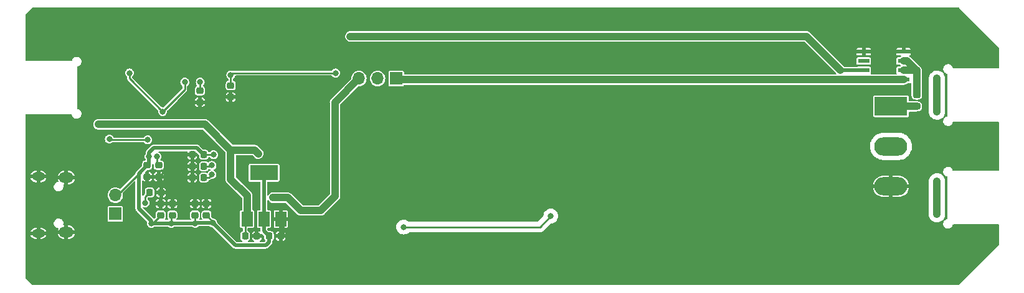
<source format=gbr>
G04 #@! TF.GenerationSoftware,KiCad,Pcbnew,7.99.0-unknown-099e5dd9e7~172~ubuntu22.04.1*
G04 #@! TF.CreationDate,2023-11-16T11:57:36+01:00*
G04 #@! TF.ProjectId,emfi,656d6669-2e6b-4696-9361-645f70636258,0.1*
G04 #@! TF.SameCoordinates,Original*
G04 #@! TF.FileFunction,Copper,L2,Bot*
G04 #@! TF.FilePolarity,Positive*
%FSLAX46Y46*%
G04 Gerber Fmt 4.6, Leading zero omitted, Abs format (unit mm)*
G04 Created by KiCad (PCBNEW 7.99.0-unknown-099e5dd9e7~172~ubuntu22.04.1) date 2023-11-16 11:57:36*
%MOMM*%
%LPD*%
G01*
G04 APERTURE LIST*
G04 Aperture macros list*
%AMRoundRect*
0 Rectangle with rounded corners*
0 $1 Rounding radius*
0 $2 $3 $4 $5 $6 $7 $8 $9 X,Y pos of 4 corners*
0 Add a 4 corners polygon primitive as box body*
4,1,4,$2,$3,$4,$5,$6,$7,$8,$9,$2,$3,0*
0 Add four circle primitives for the rounded corners*
1,1,$1+$1,$2,$3*
1,1,$1+$1,$4,$5*
1,1,$1+$1,$6,$7*
1,1,$1+$1,$8,$9*
0 Add four rect primitives between the rounded corners*
20,1,$1+$1,$2,$3,$4,$5,0*
20,1,$1+$1,$4,$5,$6,$7,0*
20,1,$1+$1,$6,$7,$8,$9,0*
20,1,$1+$1,$8,$9,$2,$3,0*%
G04 Aperture macros list end*
G04 #@! TA.AperFunction,ComponentPad*
%ADD10R,1.700000X1.700000*%
G04 #@! TD*
G04 #@! TA.AperFunction,ComponentPad*
%ADD11O,1.700000X1.700000*%
G04 #@! TD*
G04 #@! TA.AperFunction,ComponentPad*
%ADD12O,1.800000X1.150000*%
G04 #@! TD*
G04 #@! TA.AperFunction,ComponentPad*
%ADD13O,2.000000X1.450000*%
G04 #@! TD*
G04 #@! TA.AperFunction,SMDPad,CuDef*
%ADD14RoundRect,0.218750X-0.218750X-0.256250X0.218750X-0.256250X0.218750X0.256250X-0.218750X0.256250X0*%
G04 #@! TD*
G04 #@! TA.AperFunction,SMDPad,CuDef*
%ADD15RoundRect,0.218750X0.256250X-0.218750X0.256250X0.218750X-0.256250X0.218750X-0.256250X-0.218750X0*%
G04 #@! TD*
G04 #@! TA.AperFunction,SMDPad,CuDef*
%ADD16RoundRect,0.218750X-0.256250X0.218750X-0.256250X-0.218750X0.256250X-0.218750X0.256250X0.218750X0*%
G04 #@! TD*
G04 #@! TA.AperFunction,SMDPad,CuDef*
%ADD17RoundRect,0.218750X0.218750X0.256250X-0.218750X0.256250X-0.218750X-0.256250X0.218750X-0.256250X0*%
G04 #@! TD*
G04 #@! TA.AperFunction,SMDPad,CuDef*
%ADD18R,1.500000X2.000000*%
G04 #@! TD*
G04 #@! TA.AperFunction,SMDPad,CuDef*
%ADD19R,3.800000X2.000000*%
G04 #@! TD*
G04 #@! TA.AperFunction,SMDPad,CuDef*
%ADD20R,1.550000X0.600000*%
G04 #@! TD*
G04 #@! TA.AperFunction,ComponentPad*
%ADD21R,4.500000X2.500000*%
G04 #@! TD*
G04 #@! TA.AperFunction,ComponentPad*
%ADD22O,4.500000X2.500000*%
G04 #@! TD*
G04 #@! TA.AperFunction,ViaPad*
%ADD23C,0.800000*%
G04 #@! TD*
G04 #@! TA.AperFunction,Conductor*
%ADD24C,0.500000*%
G04 #@! TD*
G04 #@! TA.AperFunction,Conductor*
%ADD25C,0.250000*%
G04 #@! TD*
G04 #@! TA.AperFunction,Conductor*
%ADD26C,1.000000*%
G04 #@! TD*
G04 #@! TA.AperFunction,Conductor*
%ADD27C,0.700000*%
G04 #@! TD*
G04 APERTURE END LIST*
D10*
X93500000Y-37750000D03*
D11*
X90960000Y-37750000D03*
X88420000Y-37750000D03*
D10*
X55300000Y-56200000D03*
D11*
X55300000Y-53660000D03*
D12*
X44850000Y-58875000D03*
D13*
X48650000Y-58725000D03*
X48650000Y-51275000D03*
D12*
X44850000Y-51125000D03*
D14*
X76212500Y-59250000D03*
X77787500Y-59250000D03*
X72962500Y-59250000D03*
X74537500Y-59250000D03*
X65762500Y-51250000D03*
X67337500Y-51250000D03*
D15*
X61500000Y-56387500D03*
X61500000Y-54812500D03*
X63050000Y-56387500D03*
X63050000Y-54812500D03*
D16*
X66800000Y-39412500D03*
X66800000Y-40987500D03*
D17*
X67337500Y-48150000D03*
X65762500Y-48150000D03*
D15*
X67700000Y-56387500D03*
X67700000Y-54812500D03*
D17*
X67337500Y-49700000D03*
X65762500Y-49700000D03*
D16*
X61200000Y-49562500D03*
X61200000Y-51137500D03*
D15*
X66150000Y-56387500D03*
X66150000Y-54812500D03*
D16*
X59650000Y-49562500D03*
X59650000Y-51137500D03*
D17*
X61537500Y-53300000D03*
X59962500Y-53300000D03*
D15*
X164250000Y-41537500D03*
X164250000Y-39962500D03*
D18*
X77811079Y-56914277D03*
X75511079Y-56914277D03*
D19*
X75511079Y-50614277D03*
D18*
X73211079Y-56914277D03*
D20*
X157050000Y-37905000D03*
X157050000Y-36635000D03*
X157050000Y-35365000D03*
X157050000Y-34095000D03*
X162450000Y-34095000D03*
X162450000Y-35365000D03*
X162450000Y-36635000D03*
X162450000Y-37905000D03*
D16*
X71000000Y-38712500D03*
X71000000Y-40287500D03*
D21*
X160750000Y-41550000D03*
D22*
X160750000Y-47000000D03*
X160750000Y-52450000D03*
D23*
X156500000Y-53600000D03*
X156500000Y-40300000D03*
X44000000Y-45000000D03*
X44000000Y-49000000D03*
X44000000Y-48000000D03*
X44000000Y-47000000D03*
X44000000Y-46000000D03*
X44000000Y-33000000D03*
X44000000Y-32000000D03*
X44000000Y-31000000D03*
X44000000Y-30000000D03*
X45000000Y-29000000D03*
X46000000Y-29000000D03*
X47000000Y-29000000D03*
X48000000Y-29000000D03*
X49000000Y-29000000D03*
X50000000Y-29000000D03*
X51000000Y-29000000D03*
X52000000Y-29000000D03*
X53000000Y-29000000D03*
X60000000Y-29000000D03*
X56000000Y-29000000D03*
X62000000Y-29000000D03*
X58000000Y-29000000D03*
X55000000Y-29000000D03*
X59000000Y-29000000D03*
X54000000Y-29000000D03*
X61000000Y-29000000D03*
X57000000Y-29000000D03*
X78000000Y-29000000D03*
X75000000Y-29000000D03*
X68000000Y-29000000D03*
X64000000Y-29000000D03*
X79000000Y-29000000D03*
X70000000Y-29000000D03*
X66000000Y-29000000D03*
X63000000Y-29000000D03*
X67000000Y-29000000D03*
X72000000Y-29000000D03*
X76000000Y-29000000D03*
X69000000Y-29000000D03*
X71000000Y-29000000D03*
X73000000Y-29000000D03*
X74000000Y-29000000D03*
X65000000Y-29000000D03*
X77000000Y-29000000D03*
X84000000Y-29000000D03*
X92000000Y-29000000D03*
X87000000Y-29000000D03*
X91000000Y-29000000D03*
X93000000Y-29000000D03*
X90000000Y-29000000D03*
X80000000Y-29000000D03*
X86000000Y-29000000D03*
X95000000Y-29000000D03*
X88000000Y-29000000D03*
X89000000Y-29000000D03*
X96000000Y-29000000D03*
X81000000Y-29000000D03*
X94000000Y-29000000D03*
X83000000Y-29000000D03*
X85000000Y-29000000D03*
X82000000Y-29000000D03*
X100000000Y-29000000D03*
X99000000Y-29000000D03*
X112000000Y-29000000D03*
X101000000Y-29000000D03*
X98000000Y-29000000D03*
X107000000Y-29000000D03*
X105000000Y-29000000D03*
X109000000Y-29000000D03*
X119000000Y-29000000D03*
X110000000Y-29000000D03*
X118000000Y-29000000D03*
X103000000Y-29000000D03*
X108000000Y-29000000D03*
X97000000Y-29000000D03*
X111000000Y-29000000D03*
X104000000Y-29000000D03*
X116000000Y-29000000D03*
X106000000Y-29000000D03*
X113000000Y-29000000D03*
X117000000Y-29000000D03*
X121000000Y-29000000D03*
X114000000Y-29000000D03*
X115000000Y-29000000D03*
X102000000Y-29000000D03*
X120000000Y-29000000D03*
X140000000Y-29000000D03*
X132000000Y-29000000D03*
X141000000Y-29000000D03*
X124000000Y-29000000D03*
X145000000Y-29000000D03*
X142000000Y-29000000D03*
X126000000Y-29000000D03*
X123000000Y-29000000D03*
X146000000Y-29000000D03*
X122000000Y-29000000D03*
X135000000Y-29000000D03*
X125000000Y-29000000D03*
X138000000Y-29000000D03*
X136000000Y-29000000D03*
X133000000Y-29000000D03*
X144000000Y-29000000D03*
X130000000Y-29000000D03*
X129000000Y-29000000D03*
X134000000Y-29000000D03*
X128000000Y-29000000D03*
X131000000Y-29000000D03*
X139000000Y-29000000D03*
X137000000Y-29000000D03*
X127000000Y-29000000D03*
X143000000Y-29000000D03*
X158000000Y-29000000D03*
X157000000Y-29000000D03*
X151000000Y-29000000D03*
X147000000Y-29000000D03*
X149000000Y-29000000D03*
X150000000Y-29000000D03*
X155000000Y-29000000D03*
X154000000Y-29000000D03*
X153000000Y-29000000D03*
X156000000Y-29000000D03*
X148000000Y-29000000D03*
X152000000Y-29000000D03*
X159000000Y-29000000D03*
X160000000Y-29000000D03*
X161000000Y-29000000D03*
X162000000Y-29000000D03*
X163000000Y-29000000D03*
X164000000Y-29000000D03*
X164000000Y-65000000D03*
X163000000Y-65000000D03*
X162000000Y-65000000D03*
X161000000Y-65000000D03*
X160000000Y-65000000D03*
X158000000Y-65000000D03*
X159000000Y-65000000D03*
X157000000Y-65000000D03*
X155000000Y-65000000D03*
X152000000Y-65000000D03*
X156000000Y-65000000D03*
X153000000Y-65000000D03*
X154000000Y-65000000D03*
X150000000Y-65000000D03*
X147000000Y-65000000D03*
X148000000Y-65000000D03*
X151000000Y-65000000D03*
X146000000Y-65000000D03*
X149000000Y-65000000D03*
X145000000Y-65000000D03*
X143000000Y-65000000D03*
X142000000Y-65000000D03*
X141000000Y-65000000D03*
X140000000Y-65000000D03*
X144000000Y-65000000D03*
X128000000Y-65000000D03*
X126000000Y-65000000D03*
X125000000Y-65000000D03*
X133000000Y-65000000D03*
X130000000Y-65000000D03*
X138000000Y-65000000D03*
X131000000Y-65000000D03*
X135000000Y-65000000D03*
X139000000Y-65000000D03*
X134000000Y-65000000D03*
X136000000Y-65000000D03*
X124000000Y-65000000D03*
X129000000Y-65000000D03*
X127000000Y-65000000D03*
X132000000Y-65000000D03*
X137000000Y-65000000D03*
X116000000Y-65000000D03*
X110000000Y-65000000D03*
X108000000Y-65000000D03*
X109000000Y-65000000D03*
X122000000Y-65000000D03*
X121000000Y-65000000D03*
X117000000Y-65000000D03*
X119000000Y-65000000D03*
X112000000Y-65000000D03*
X115000000Y-65000000D03*
X111000000Y-65000000D03*
X120000000Y-65000000D03*
X114000000Y-65000000D03*
X113000000Y-65000000D03*
X123000000Y-65000000D03*
X118000000Y-65000000D03*
X105000000Y-65000000D03*
X94000000Y-65000000D03*
X95000000Y-65000000D03*
X97000000Y-65000000D03*
X104000000Y-65000000D03*
X96000000Y-65000000D03*
X103000000Y-65000000D03*
X93000000Y-65000000D03*
X106000000Y-65000000D03*
X92000000Y-65000000D03*
X102000000Y-65000000D03*
X100000000Y-65000000D03*
X99000000Y-65000000D03*
X98000000Y-65000000D03*
X101000000Y-65000000D03*
X107000000Y-65000000D03*
X91000000Y-65000000D03*
X76000000Y-65000000D03*
X86000000Y-65000000D03*
X88000000Y-65000000D03*
X89000000Y-65000000D03*
X81000000Y-65000000D03*
X84000000Y-65000000D03*
X83000000Y-65000000D03*
X82000000Y-65000000D03*
X85000000Y-65000000D03*
X80000000Y-65000000D03*
X87000000Y-65000000D03*
X90000000Y-65000000D03*
X78000000Y-65000000D03*
X79000000Y-65000000D03*
X77000000Y-65000000D03*
X68000000Y-65000000D03*
X66000000Y-65000000D03*
X69000000Y-65000000D03*
X73000000Y-65000000D03*
X72000000Y-65000000D03*
X60000000Y-65000000D03*
X67000000Y-65000000D03*
X75000000Y-65000000D03*
X70000000Y-65000000D03*
X62000000Y-65000000D03*
X63000000Y-65000000D03*
X61000000Y-65000000D03*
X65000000Y-65000000D03*
X71000000Y-65000000D03*
X74000000Y-65000000D03*
X64000000Y-65000000D03*
X49000000Y-65000000D03*
X53000000Y-65000000D03*
X57000000Y-65000000D03*
X51000000Y-65000000D03*
X52000000Y-65000000D03*
X50000000Y-65000000D03*
X55000000Y-65000000D03*
X58000000Y-65000000D03*
X59000000Y-65000000D03*
X54000000Y-65000000D03*
X45000000Y-65000000D03*
X48000000Y-65000000D03*
X47000000Y-65000000D03*
X56000000Y-65000000D03*
X46000000Y-65000000D03*
X44000000Y-64000000D03*
X44000000Y-63000000D03*
X44000000Y-62000000D03*
X44000000Y-61000000D03*
X165000000Y-29000000D03*
X166000000Y-29000000D03*
X167000000Y-29000000D03*
X168000000Y-29000000D03*
X169000000Y-29000000D03*
X170000000Y-30000000D03*
X171000000Y-31000000D03*
X172000000Y-32000000D03*
X173000000Y-33000000D03*
X174000000Y-34000000D03*
X174000000Y-46000000D03*
X174000000Y-47000000D03*
X174000000Y-48000000D03*
X174000000Y-60000000D03*
X173000000Y-61000000D03*
X172000000Y-62000000D03*
X171000000Y-63000000D03*
X170000000Y-64000000D03*
X169000000Y-65000000D03*
X168000000Y-65000000D03*
X167000000Y-65000000D03*
X166000000Y-65000000D03*
X165000000Y-65000000D03*
X84000000Y-41000000D03*
X84000000Y-43000000D03*
X84000000Y-45000000D03*
X84000000Y-47000000D03*
X84000000Y-49000000D03*
X84000000Y-51000000D03*
X84000000Y-53000000D03*
X84000000Y-63000000D03*
X84000000Y-59000000D03*
X84000000Y-57000000D03*
X55750000Y-42000000D03*
X64500000Y-42000000D03*
X63750000Y-49000000D03*
X63750000Y-53000000D03*
X67750000Y-53000000D03*
X63000000Y-60750000D03*
X66500000Y-60750000D03*
X76150000Y-48000000D03*
X52750000Y-48250000D03*
X84000000Y-33100010D03*
X71738990Y-45350000D03*
X50250000Y-56250000D03*
X73650000Y-45350000D03*
X84000000Y-30899990D03*
X53250000Y-36500000D03*
X68450000Y-50850000D03*
X94500000Y-58000000D03*
X114500000Y-56500000D03*
X167000000Y-51750000D03*
X167000000Y-56250000D03*
X87250000Y-32000000D03*
X59350000Y-54700000D03*
X167000000Y-37750000D03*
X167000000Y-42250000D03*
X71000000Y-37250000D03*
X85250000Y-37000000D03*
X53000000Y-44000000D03*
X74750000Y-48000000D03*
X76750000Y-54000000D03*
X68650000Y-48150000D03*
X57250000Y-36999952D03*
X59900000Y-48400000D03*
X68550000Y-57450000D03*
X66150000Y-57500000D03*
X62900000Y-57500000D03*
X60200000Y-57500000D03*
X64750000Y-38250000D03*
X61750000Y-42250000D03*
X66850000Y-38250000D03*
X68450000Y-49600000D03*
X60950000Y-48400000D03*
X59725000Y-46120484D03*
X54500000Y-46000000D03*
D24*
X66150000Y-57500000D02*
X62900000Y-57500000D01*
D25*
X55250000Y-53460000D02*
X55460000Y-53250000D01*
X55460000Y-53250000D02*
X55962500Y-53250000D01*
X55962500Y-53250000D02*
X58500000Y-50712500D01*
X65762500Y-48150000D02*
X65762500Y-49700000D01*
D26*
X161087500Y-52787500D02*
X160750000Y-52450000D01*
D24*
X52750000Y-48250000D02*
X52750000Y-53750000D01*
X78048579Y-59264277D02*
X78048579Y-57151777D01*
D25*
X61200000Y-51137500D02*
X59650000Y-51137500D01*
X61537500Y-54775000D02*
X61500000Y-54812500D01*
X61537500Y-53300000D02*
X61537500Y-51475000D01*
X61537500Y-51475000D02*
X61200000Y-51137500D01*
D24*
X52750000Y-53750000D02*
X50250000Y-56250000D01*
X78048579Y-57151777D02*
X77811079Y-56914277D01*
D27*
X76150000Y-48000000D02*
X76150000Y-47850000D01*
D25*
X61537500Y-53300000D02*
X61537500Y-54775000D01*
X65762500Y-49700000D02*
X62637500Y-49700000D01*
X67700000Y-54812500D02*
X61500000Y-54812500D01*
D27*
X76150000Y-47850000D02*
X73650000Y-45350000D01*
D25*
X73650000Y-45500000D02*
X73650000Y-45350000D01*
X62637500Y-49700000D02*
X61200000Y-51137500D01*
D27*
X73650000Y-45350000D02*
X71738990Y-45350000D01*
D25*
X67337500Y-51250000D02*
X68050000Y-51250000D01*
X68050000Y-51250000D02*
X68450000Y-50850000D01*
X94500000Y-58000000D02*
X113000000Y-58000000D01*
X113000000Y-58000000D02*
X114500000Y-56500000D01*
D26*
X167000000Y-56250000D02*
X167000000Y-51750000D01*
X153885000Y-36635000D02*
X149250000Y-32000000D01*
D24*
X157050000Y-36635000D02*
X153885000Y-36635000D01*
D26*
X149250000Y-32000000D02*
X87250000Y-32000000D01*
D25*
X59350000Y-53912500D02*
X59962500Y-53300000D01*
X59350000Y-54700000D02*
X59350000Y-53912500D01*
D26*
X164250000Y-41537500D02*
X160762500Y-41537500D01*
X160762500Y-41537500D02*
X160750000Y-41550000D01*
X167000000Y-42250000D02*
X167000000Y-37750000D01*
X162450000Y-37905000D02*
X157050000Y-37905000D01*
X93655000Y-37905000D02*
X93500000Y-37750000D01*
X158300000Y-37905000D02*
X93655000Y-37905000D01*
D25*
X85250000Y-37000000D02*
X71250000Y-37000000D01*
X71000000Y-38712500D02*
X71000000Y-37250000D01*
X71250000Y-37000000D02*
X71000000Y-37250000D01*
D26*
X73250000Y-53750000D02*
X71000000Y-51500000D01*
X57500000Y-44000000D02*
X53000000Y-44000000D01*
D25*
X72962500Y-59250000D02*
X72962500Y-57162856D01*
D26*
X73250000Y-56875356D02*
X73211079Y-56914277D01*
X74250000Y-47500000D02*
X74750000Y-48000000D01*
X73250000Y-53750000D02*
X73250000Y-56875356D01*
X71000000Y-47500000D02*
X67500000Y-44000000D01*
X71000000Y-51500000D02*
X71000000Y-47500000D01*
D25*
X72962500Y-57162856D02*
X73211079Y-56914277D01*
D26*
X67500000Y-44000000D02*
X57500000Y-44000000D01*
X71000000Y-47500000D02*
X74250000Y-47500000D01*
X78750000Y-54000000D02*
X76750000Y-54000000D01*
X88420000Y-37750000D02*
X85170000Y-41000000D01*
X83250000Y-55750000D02*
X80500000Y-55750000D01*
X80500000Y-55750000D02*
X78750000Y-54000000D01*
X85170000Y-41000000D02*
X85170000Y-53830000D01*
X85170000Y-53830000D02*
X83250000Y-55750000D01*
D25*
X60200000Y-57500000D02*
X60387500Y-57500000D01*
D24*
X75511079Y-56914277D02*
X75511079Y-58548579D01*
X66200000Y-57450000D02*
X66150000Y-57500000D01*
D25*
X57250000Y-37750000D02*
X57250000Y-37565637D01*
D24*
X76212500Y-60037500D02*
X75750000Y-60500000D01*
D25*
X68550000Y-57450000D02*
X68550000Y-57237500D01*
D24*
X75511079Y-55414277D02*
X75511079Y-50614277D01*
D25*
X61750000Y-42250000D02*
X57250000Y-37750000D01*
D24*
X60509325Y-47224990D02*
X66412490Y-47224990D01*
D25*
X64750000Y-39250000D02*
X61750000Y-42250000D01*
D24*
X75511079Y-56914277D02*
X75511079Y-55414277D01*
X66412490Y-47224990D02*
X67337500Y-48150000D01*
X59900000Y-48400000D02*
X59900000Y-49312500D01*
D25*
X59900000Y-49312500D02*
X59650000Y-49562500D01*
D24*
X62900000Y-57500000D02*
X60200000Y-57500000D01*
D25*
X66150000Y-57500000D02*
X66150000Y-56400000D01*
X62900000Y-57500000D02*
X62900000Y-56537500D01*
D24*
X58500000Y-50712500D02*
X59650000Y-49562500D01*
D25*
X60200000Y-57500000D02*
X60200000Y-57200000D01*
D24*
X71600000Y-60500000D02*
X68550000Y-57450000D01*
D25*
X62900000Y-56537500D02*
X63050000Y-56387500D01*
D24*
X58500000Y-55500000D02*
X58500000Y-50712500D01*
X59900000Y-47834315D02*
X60509325Y-47224990D01*
X60200000Y-57200000D02*
X58500000Y-55500000D01*
X68550000Y-57450000D02*
X66200000Y-57450000D01*
D25*
X57250000Y-37565637D02*
X57250000Y-36999952D01*
D24*
X59900000Y-48400000D02*
X59900000Y-47834315D01*
X76212500Y-59250000D02*
X76212500Y-60037500D01*
D25*
X68650000Y-48150000D02*
X67337500Y-48150000D01*
X64750000Y-38250000D02*
X64750000Y-39250000D01*
X60387500Y-57500000D02*
X61500000Y-56387500D01*
D24*
X75750000Y-60500000D02*
X71600000Y-60500000D01*
D25*
X68550000Y-57237500D02*
X67700000Y-56387500D01*
D24*
X75511079Y-58548579D02*
X76212500Y-59250000D01*
D25*
X66850000Y-39362500D02*
X66800000Y-39412500D01*
X66850000Y-38250000D02*
X66850000Y-39362500D01*
X68450000Y-49700000D02*
X67337500Y-49700000D01*
X60950000Y-48400000D02*
X60950000Y-49312500D01*
X60950000Y-49312500D02*
X61200000Y-49562500D01*
D26*
X162450000Y-36635000D02*
X164225000Y-36635000D01*
X162925000Y-35365000D02*
X162450000Y-35365000D01*
X164250000Y-36690000D02*
X162925000Y-35365000D01*
X164225000Y-36635000D02*
X164225000Y-39937490D01*
D25*
X54620484Y-46120484D02*
X54500000Y-46000000D01*
X59725000Y-46120484D02*
X54620484Y-46120484D01*
G04 #@! TA.AperFunction,Conductor*
G36*
X169985910Y-28094407D02*
G01*
X169997723Y-28104496D01*
X175395504Y-33502277D01*
X175423281Y-33556794D01*
X175424500Y-33572281D01*
X175424500Y-36265500D01*
X175405593Y-36323691D01*
X175356093Y-36359655D01*
X175325500Y-36364500D01*
X169231372Y-36364500D01*
X169173181Y-36345593D01*
X169137217Y-36296093D01*
X169137217Y-36296092D01*
X169128505Y-36269280D01*
X169093268Y-36160829D01*
X169093267Y-36160828D01*
X169093267Y-36160826D01*
X169005202Y-36022060D01*
X168885392Y-35909551D01*
X168885393Y-35909551D01*
X168741369Y-35830373D01*
X168582179Y-35789500D01*
X168582177Y-35789500D01*
X168459075Y-35789500D01*
X168336946Y-35804927D01*
X168336943Y-35804928D01*
X168184129Y-35865432D01*
X168184125Y-35865434D01*
X168051162Y-35962037D01*
X167946399Y-36088674D01*
X167876420Y-36237387D01*
X167845624Y-36398823D01*
X167845623Y-36398828D01*
X167855943Y-36562857D01*
X167906732Y-36719173D01*
X167994797Y-36857939D01*
X168114607Y-36970448D01*
X168114606Y-36970448D01*
X168258630Y-37049626D01*
X168258631Y-37049627D01*
X168283293Y-37055958D01*
X168350120Y-37073117D01*
X168401780Y-37105900D01*
X168424305Y-37162789D01*
X168424500Y-37169006D01*
X168424500Y-42826587D01*
X168405593Y-42884778D01*
X168356093Y-42920742D01*
X168337911Y-42924806D01*
X168336944Y-42924928D01*
X168184129Y-42985432D01*
X168184125Y-42985434D01*
X168051162Y-43082037D01*
X167946399Y-43208674D01*
X167876420Y-43357387D01*
X167845624Y-43518823D01*
X167845623Y-43518828D01*
X167855943Y-43682857D01*
X167906732Y-43839173D01*
X167994797Y-43977939D01*
X168114607Y-44090448D01*
X168114606Y-44090448D01*
X168194860Y-44134568D01*
X168258632Y-44169627D01*
X168417823Y-44210500D01*
X168417826Y-44210500D01*
X168540925Y-44210500D01*
X168663053Y-44195072D01*
X168663054Y-44195071D01*
X168663058Y-44195071D01*
X168815871Y-44134568D01*
X168948837Y-44037963D01*
X169053600Y-43911326D01*
X169123579Y-43762613D01*
X169132481Y-43715949D01*
X169161957Y-43662332D01*
X169217320Y-43636281D01*
X169229727Y-43635500D01*
X175325500Y-43635500D01*
X175383691Y-43654407D01*
X175419655Y-43703907D01*
X175424500Y-43734500D01*
X175424500Y-50265500D01*
X175405593Y-50323691D01*
X175356093Y-50359655D01*
X175325500Y-50364500D01*
X169231372Y-50364500D01*
X169173181Y-50345593D01*
X169137217Y-50296093D01*
X169137217Y-50296092D01*
X169127100Y-50264956D01*
X169093268Y-50160829D01*
X169093267Y-50160828D01*
X169093267Y-50160826D01*
X169005202Y-50022060D01*
X168885392Y-49909551D01*
X168885393Y-49909551D01*
X168741369Y-49830373D01*
X168582179Y-49789500D01*
X168582177Y-49789500D01*
X168459075Y-49789500D01*
X168336946Y-49804927D01*
X168336943Y-49804928D01*
X168184129Y-49865432D01*
X168184125Y-49865434D01*
X168051162Y-49962037D01*
X167946399Y-50088674D01*
X167876420Y-50237387D01*
X167845624Y-50398823D01*
X167845623Y-50398828D01*
X167855943Y-50562857D01*
X167906732Y-50719173D01*
X167994797Y-50857939D01*
X168114607Y-50970448D01*
X168114606Y-50970448D01*
X168258630Y-51049626D01*
X168258631Y-51049627D01*
X168283293Y-51055958D01*
X168350120Y-51073117D01*
X168401780Y-51105900D01*
X168424305Y-51162789D01*
X168424500Y-51169006D01*
X168424500Y-56826587D01*
X168405593Y-56884778D01*
X168356093Y-56920742D01*
X168337911Y-56924806D01*
X168336944Y-56924928D01*
X168184129Y-56985432D01*
X168184125Y-56985434D01*
X168051162Y-57082037D01*
X167946399Y-57208674D01*
X167876420Y-57357387D01*
X167845624Y-57518823D01*
X167845623Y-57518828D01*
X167855943Y-57682857D01*
X167906732Y-57839173D01*
X167992638Y-57974537D01*
X167994798Y-57977940D01*
X168097816Y-58074680D01*
X168114607Y-58090448D01*
X168114606Y-58090448D01*
X168258630Y-58169626D01*
X168258632Y-58169627D01*
X168417823Y-58210500D01*
X168417826Y-58210500D01*
X168540925Y-58210500D01*
X168663053Y-58195072D01*
X168663054Y-58195071D01*
X168663058Y-58195071D01*
X168815871Y-58134568D01*
X168948837Y-58037963D01*
X169053600Y-57911326D01*
X169123579Y-57762613D01*
X169128942Y-57734500D01*
X169132481Y-57715949D01*
X169161957Y-57662332D01*
X169217320Y-57636281D01*
X169229727Y-57635500D01*
X175325500Y-57635500D01*
X175383691Y-57654407D01*
X175419655Y-57703907D01*
X175424500Y-57734500D01*
X175424500Y-60427718D01*
X175405593Y-60485909D01*
X175395504Y-60497722D01*
X169997722Y-65895504D01*
X169943205Y-65923281D01*
X169927718Y-65924500D01*
X44072281Y-65924500D01*
X44014090Y-65905593D01*
X44002277Y-65895504D01*
X43104496Y-64997722D01*
X43076719Y-64943205D01*
X43075500Y-64927718D01*
X43075500Y-59129000D01*
X43792801Y-59129000D01*
X43822330Y-59213388D01*
X43915243Y-59361258D01*
X44038741Y-59484756D01*
X44038740Y-59484756D01*
X44186612Y-59577669D01*
X44351448Y-59635348D01*
X44351460Y-59635351D01*
X44481459Y-59649999D01*
X44481477Y-59650000D01*
X44595999Y-59650000D01*
X44596000Y-59649999D01*
X44596000Y-59150000D01*
X45104000Y-59150000D01*
X45104000Y-59649999D01*
X45104001Y-59650000D01*
X45218523Y-59650000D01*
X45218540Y-59649999D01*
X45348539Y-59635351D01*
X45348551Y-59635348D01*
X45513387Y-59577669D01*
X45661258Y-59484756D01*
X45784756Y-59361258D01*
X45877669Y-59213388D01*
X45907199Y-59129000D01*
X45289850Y-59129000D01*
X45373264Y-59073264D01*
X45434045Y-58982300D01*
X45455388Y-58875000D01*
X45434045Y-58767700D01*
X45373264Y-58676736D01*
X45289850Y-58621000D01*
X45907198Y-58621000D01*
X45877669Y-58536611D01*
X45784756Y-58388741D01*
X45661258Y-58265243D01*
X45661259Y-58265243D01*
X45513387Y-58172330D01*
X45348551Y-58114651D01*
X45348539Y-58114648D01*
X45218540Y-58100000D01*
X45104001Y-58100000D01*
X45104000Y-58100001D01*
X45104000Y-58600000D01*
X44596000Y-58600000D01*
X44596000Y-58100001D01*
X44595999Y-58100000D01*
X44481459Y-58100000D01*
X44351460Y-58114648D01*
X44351448Y-58114651D01*
X44186612Y-58172330D01*
X44038741Y-58265243D01*
X43915243Y-58388741D01*
X43822330Y-58536611D01*
X43792801Y-58621000D01*
X44410150Y-58621000D01*
X44326736Y-58676736D01*
X44265955Y-58767700D01*
X44244612Y-58875000D01*
X44265955Y-58982300D01*
X44326736Y-59073264D01*
X44410150Y-59129000D01*
X43792801Y-59129000D01*
X43075500Y-59129000D01*
X43075500Y-57458828D01*
X46945623Y-57458828D01*
X46955943Y-57622857D01*
X47006732Y-57779173D01*
X47094797Y-57917939D01*
X47094798Y-57917940D01*
X47129471Y-57950500D01*
X47214607Y-58030448D01*
X47214606Y-58030448D01*
X47351456Y-58105682D01*
X47358632Y-58109627D01*
X47494473Y-58144504D01*
X47546132Y-58177289D01*
X47568657Y-58234177D01*
X47560293Y-58280660D01*
X47490428Y-58437580D01*
X47490423Y-58437595D01*
X47483323Y-58470998D01*
X47483324Y-58471000D01*
X48027959Y-58471000D01*
X48026882Y-58472077D01*
X47965762Y-58592031D01*
X47944702Y-58725000D01*
X47965762Y-58857969D01*
X48026882Y-58977923D01*
X48027959Y-58979000D01*
X47483324Y-58979000D01*
X47483323Y-58979001D01*
X47490423Y-59012404D01*
X47490427Y-59012415D01*
X47569510Y-59190040D01*
X47569512Y-59190043D01*
X47683809Y-59347359D01*
X47828301Y-59477460D01*
X47828307Y-59477464D01*
X47996686Y-59574679D01*
X47996691Y-59574681D01*
X48181620Y-59634769D01*
X48326523Y-59649999D01*
X48326528Y-59650000D01*
X48395999Y-59650000D01*
X48396000Y-59649999D01*
X48396000Y-59150000D01*
X48904000Y-59150000D01*
X48904000Y-59649999D01*
X48904001Y-59650000D01*
X48973472Y-59650000D01*
X48973476Y-59649999D01*
X49118379Y-59634769D01*
X49303308Y-59574681D01*
X49303313Y-59574679D01*
X49471692Y-59477464D01*
X49471698Y-59477460D01*
X49616190Y-59347359D01*
X49616191Y-59347358D01*
X49730487Y-59190044D01*
X49730491Y-59190037D01*
X49809571Y-59012419D01*
X49809576Y-59012404D01*
X49816676Y-58979001D01*
X49816676Y-58979000D01*
X49272041Y-58979000D01*
X49273118Y-58977923D01*
X49334238Y-58857969D01*
X49355298Y-58725000D01*
X49334238Y-58592031D01*
X49273118Y-58472077D01*
X49272041Y-58471000D01*
X49816676Y-58471000D01*
X49816676Y-58470998D01*
X49809576Y-58437595D01*
X49809572Y-58437584D01*
X49730489Y-58259959D01*
X49730487Y-58259956D01*
X49616190Y-58102640D01*
X49471698Y-57972539D01*
X49471692Y-57972535D01*
X49303313Y-57875320D01*
X49303308Y-57875318D01*
X49118379Y-57815230D01*
X48973476Y-57800000D01*
X48904001Y-57800000D01*
X48904000Y-57800001D01*
X48904000Y-58300000D01*
X48396000Y-58300000D01*
X48396000Y-57800001D01*
X48395999Y-57800000D01*
X48324672Y-57800000D01*
X48266481Y-57781093D01*
X48230517Y-57731593D01*
X48227426Y-57682449D01*
X48254375Y-57541176D01*
X48254376Y-57541170D01*
X48251655Y-57497918D01*
X48244056Y-57377140D01*
X48193268Y-57220829D01*
X48193267Y-57220828D01*
X48193267Y-57220826D01*
X48105202Y-57082060D01*
X48092089Y-57069746D01*
X54249500Y-57069746D01*
X54249501Y-57069758D01*
X54261132Y-57128227D01*
X54261134Y-57128233D01*
X54287891Y-57168277D01*
X54305448Y-57194552D01*
X54371769Y-57238867D01*
X54416231Y-57247711D01*
X54430241Y-57250498D01*
X54430246Y-57250498D01*
X54430252Y-57250500D01*
X54430253Y-57250500D01*
X56169747Y-57250500D01*
X56169748Y-57250500D01*
X56228231Y-57238867D01*
X56294552Y-57194552D01*
X56338867Y-57128231D01*
X56350500Y-57069748D01*
X56350500Y-55330252D01*
X56338867Y-55271769D01*
X56294552Y-55205448D01*
X56294548Y-55205445D01*
X56228233Y-55161134D01*
X56228231Y-55161133D01*
X56228228Y-55161132D01*
X56228227Y-55161132D01*
X56169758Y-55149501D01*
X56169748Y-55149500D01*
X54430252Y-55149500D01*
X54430251Y-55149500D01*
X54430241Y-55149501D01*
X54371772Y-55161132D01*
X54371766Y-55161134D01*
X54305451Y-55205445D01*
X54305445Y-55205451D01*
X54261134Y-55271766D01*
X54261132Y-55271772D01*
X54249501Y-55330241D01*
X54249500Y-55330253D01*
X54249500Y-57069746D01*
X48092089Y-57069746D01*
X47985392Y-56969551D01*
X47985393Y-56969551D01*
X47841369Y-56890373D01*
X47682179Y-56849500D01*
X47682177Y-56849500D01*
X47559075Y-56849500D01*
X47436946Y-56864927D01*
X47436943Y-56864928D01*
X47284129Y-56925432D01*
X47284125Y-56925434D01*
X47151162Y-57022037D01*
X47046399Y-57148674D01*
X46976420Y-57297387D01*
X46945624Y-57458823D01*
X46945623Y-57458828D01*
X43075500Y-57458828D01*
X43075500Y-52458828D01*
X46945623Y-52458828D01*
X46955943Y-52622857D01*
X47006732Y-52779173D01*
X47094797Y-52917939D01*
X47214607Y-53030448D01*
X47214606Y-53030448D01*
X47294860Y-53074568D01*
X47358632Y-53109627D01*
X47517823Y-53150500D01*
X47517826Y-53150500D01*
X47640925Y-53150500D01*
X47763053Y-53135072D01*
X47763054Y-53135071D01*
X47763058Y-53135071D01*
X47915871Y-53074568D01*
X48048837Y-52977963D01*
X48153600Y-52851326D01*
X48223579Y-52702613D01*
X48254376Y-52541170D01*
X48244056Y-52377140D01*
X48228586Y-52329527D01*
X48228587Y-52268344D01*
X48264551Y-52218844D01*
X48322741Y-52199937D01*
X48325126Y-52200000D01*
X48395999Y-52200000D01*
X48396000Y-52199999D01*
X48396000Y-51700000D01*
X48904000Y-51700000D01*
X48904000Y-52199999D01*
X48904001Y-52200000D01*
X48973472Y-52200000D01*
X48973476Y-52199999D01*
X49118379Y-52184769D01*
X49303308Y-52124681D01*
X49303313Y-52124679D01*
X49471692Y-52027464D01*
X49471698Y-52027460D01*
X49616190Y-51897359D01*
X49616191Y-51897358D01*
X49730487Y-51740044D01*
X49730491Y-51740037D01*
X49809571Y-51562419D01*
X49809576Y-51562404D01*
X49816676Y-51529001D01*
X49816676Y-51529000D01*
X49272041Y-51529000D01*
X49273118Y-51527923D01*
X49334238Y-51407969D01*
X49355298Y-51275000D01*
X49334238Y-51142031D01*
X49273118Y-51022077D01*
X49272041Y-51021000D01*
X49816676Y-51021000D01*
X49816676Y-51020998D01*
X49809576Y-50987595D01*
X49809572Y-50987584D01*
X49730489Y-50809959D01*
X49730487Y-50809956D01*
X49616190Y-50652640D01*
X49471698Y-50522539D01*
X49471692Y-50522535D01*
X49303313Y-50425320D01*
X49303308Y-50425318D01*
X49118379Y-50365230D01*
X48973476Y-50350000D01*
X48904001Y-50350000D01*
X48904000Y-50350001D01*
X48904000Y-50850000D01*
X48396000Y-50850000D01*
X48396000Y-50350001D01*
X48395999Y-50350000D01*
X48326523Y-50350000D01*
X48181620Y-50365230D01*
X47996691Y-50425318D01*
X47996686Y-50425320D01*
X47828307Y-50522535D01*
X47828301Y-50522539D01*
X47683809Y-50652640D01*
X47683808Y-50652641D01*
X47569512Y-50809955D01*
X47569508Y-50809962D01*
X47490428Y-50987580D01*
X47490423Y-50987595D01*
X47483323Y-51020998D01*
X47483324Y-51021000D01*
X48027959Y-51021000D01*
X48026882Y-51022077D01*
X47965762Y-51142031D01*
X47944702Y-51275000D01*
X47965762Y-51407969D01*
X48026882Y-51527923D01*
X48027959Y-51529000D01*
X47483324Y-51529000D01*
X47483323Y-51529001D01*
X47490423Y-51562404D01*
X47490428Y-51562419D01*
X47560874Y-51720645D01*
X47567269Y-51781495D01*
X47536676Y-51834483D01*
X47482841Y-51859130D01*
X47436946Y-51864927D01*
X47436943Y-51864928D01*
X47284129Y-51925432D01*
X47284125Y-51925434D01*
X47151162Y-52022037D01*
X47046399Y-52148674D01*
X46976420Y-52297387D01*
X46945624Y-52458823D01*
X46945623Y-52458828D01*
X43075500Y-52458828D01*
X43075500Y-51379000D01*
X43792801Y-51379000D01*
X43822330Y-51463388D01*
X43915243Y-51611258D01*
X44038741Y-51734756D01*
X44038740Y-51734756D01*
X44186612Y-51827669D01*
X44351448Y-51885348D01*
X44351460Y-51885351D01*
X44481459Y-51899999D01*
X44481477Y-51900000D01*
X44595999Y-51900000D01*
X44596000Y-51899999D01*
X44596000Y-51400000D01*
X45104000Y-51400000D01*
X45104000Y-51899999D01*
X45104001Y-51900000D01*
X45218523Y-51900000D01*
X45218540Y-51899999D01*
X45348539Y-51885351D01*
X45348551Y-51885348D01*
X45513387Y-51827669D01*
X45661258Y-51734756D01*
X45784756Y-51611258D01*
X45877669Y-51463388D01*
X45907199Y-51379000D01*
X45289850Y-51379000D01*
X45373264Y-51323264D01*
X45434045Y-51232300D01*
X45455388Y-51125000D01*
X45434045Y-51017700D01*
X45373264Y-50926736D01*
X45289850Y-50871000D01*
X45907198Y-50871000D01*
X45877669Y-50786611D01*
X45784756Y-50638741D01*
X45661258Y-50515243D01*
X45661259Y-50515243D01*
X45513387Y-50422330D01*
X45348551Y-50364651D01*
X45348539Y-50364648D01*
X45218540Y-50350000D01*
X45104001Y-50350000D01*
X45104000Y-50350001D01*
X45104000Y-50850000D01*
X44596000Y-50850000D01*
X44596000Y-50350001D01*
X44595999Y-50350000D01*
X44481459Y-50350000D01*
X44351460Y-50364648D01*
X44351448Y-50364651D01*
X44186612Y-50422330D01*
X44038741Y-50515243D01*
X43915243Y-50638741D01*
X43822330Y-50786611D01*
X43792801Y-50871000D01*
X44410150Y-50871000D01*
X44326736Y-50926736D01*
X44265955Y-51017700D01*
X44244612Y-51125000D01*
X44265955Y-51232300D01*
X44326736Y-51323264D01*
X44410150Y-51379000D01*
X43792801Y-51379000D01*
X43075500Y-51379000D01*
X43075500Y-46000000D01*
X53894318Y-46000000D01*
X53914955Y-46156758D01*
X53914957Y-46156766D01*
X53975462Y-46302838D01*
X53975462Y-46302839D01*
X54067914Y-46423325D01*
X54071718Y-46428282D01*
X54197159Y-46524536D01*
X54197160Y-46524536D01*
X54197161Y-46524537D01*
X54255643Y-46548761D01*
X54343238Y-46585044D01*
X54460809Y-46600522D01*
X54499999Y-46605682D01*
X54500000Y-46605682D01*
X54500001Y-46605682D01*
X54531352Y-46601554D01*
X54656762Y-46585044D01*
X54802841Y-46524536D01*
X54878551Y-46466442D01*
X54936227Y-46446018D01*
X54938818Y-46445984D01*
X59169030Y-46445984D01*
X59227221Y-46464891D01*
X59247570Y-46484715D01*
X59296718Y-46548766D01*
X59422159Y-46645020D01*
X59422160Y-46645020D01*
X59422161Y-46645021D01*
X59465523Y-46662982D01*
X59568238Y-46705528D01*
X59685809Y-46721006D01*
X59724999Y-46726166D01*
X59725000Y-46726166D01*
X59725001Y-46726166D01*
X59756352Y-46722038D01*
X59881762Y-46705528D01*
X60027841Y-46645020D01*
X60153282Y-46548766D01*
X60249536Y-46423325D01*
X60310044Y-46277246D01*
X60330682Y-46120484D01*
X60310044Y-45963722D01*
X60249537Y-45817645D01*
X60249537Y-45817644D01*
X60153286Y-45692207D01*
X60153285Y-45692206D01*
X60153282Y-45692202D01*
X60153277Y-45692198D01*
X60153276Y-45692197D01*
X60056726Y-45618112D01*
X60027841Y-45595948D01*
X60027840Y-45595947D01*
X60027838Y-45595946D01*
X59881766Y-45535441D01*
X59881758Y-45535439D01*
X59725001Y-45514802D01*
X59724999Y-45514802D01*
X59568241Y-45535439D01*
X59568233Y-45535441D01*
X59422161Y-45595946D01*
X59422160Y-45595946D01*
X59296723Y-45692197D01*
X59296714Y-45692206D01*
X59247572Y-45756251D01*
X59197148Y-45790907D01*
X59169030Y-45794984D01*
X55131207Y-45794984D01*
X55073016Y-45776077D01*
X55039743Y-45733871D01*
X55030758Y-45712181D01*
X55024536Y-45697159D01*
X54928282Y-45571718D01*
X54928277Y-45571714D01*
X54928276Y-45571713D01*
X54802838Y-45475462D01*
X54656766Y-45414957D01*
X54656758Y-45414955D01*
X54500001Y-45394318D01*
X54499999Y-45394318D01*
X54343241Y-45414955D01*
X54343233Y-45414957D01*
X54197161Y-45475462D01*
X54197160Y-45475462D01*
X54071723Y-45571713D01*
X54071713Y-45571723D01*
X53975462Y-45697160D01*
X53975462Y-45697161D01*
X53914957Y-45843233D01*
X53914955Y-45843241D01*
X53894318Y-45999999D01*
X53894318Y-46000000D01*
X43075500Y-46000000D01*
X43075500Y-44085058D01*
X52299500Y-44085058D01*
X52340209Y-44250223D01*
X52340209Y-44250224D01*
X52340210Y-44250225D01*
X52419266Y-44400852D01*
X52532071Y-44528183D01*
X52672070Y-44624818D01*
X52831128Y-44685140D01*
X52935301Y-44697789D01*
X52957618Y-44700499D01*
X52957622Y-44700499D01*
X52957628Y-44700500D01*
X57457628Y-44700500D01*
X67168835Y-44700500D01*
X67227026Y-44719407D01*
X67238839Y-44729496D01*
X70270504Y-47761160D01*
X70298281Y-47815677D01*
X70299500Y-47831164D01*
X70299500Y-51477340D01*
X70299410Y-51480307D01*
X70298990Y-51487263D01*
X70295641Y-51542604D01*
X70306891Y-51603999D01*
X70307341Y-51606954D01*
X70314860Y-51668873D01*
X70314861Y-51668875D01*
X70319255Y-51680461D01*
X70324067Y-51697723D01*
X70326303Y-51709926D01*
X70326305Y-51709933D01*
X70331126Y-51720645D01*
X70350887Y-51764552D01*
X70351916Y-51766837D01*
X70353060Y-51769600D01*
X70375183Y-51827932D01*
X70375183Y-51827934D01*
X70382229Y-51838141D01*
X70391029Y-51853743D01*
X70396120Y-51865054D01*
X70396121Y-51865055D01*
X70396122Y-51865057D01*
X70434598Y-51914168D01*
X70436369Y-51916576D01*
X70471814Y-51967925D01*
X70471817Y-51967929D01*
X70499183Y-51992173D01*
X70518508Y-52009294D01*
X70520686Y-52011344D01*
X72520504Y-54011160D01*
X72548281Y-54065677D01*
X72549500Y-54081164D01*
X72549500Y-55614777D01*
X72530593Y-55672968D01*
X72481093Y-55708932D01*
X72450500Y-55713777D01*
X72441331Y-55713777D01*
X72441330Y-55713777D01*
X72441320Y-55713778D01*
X72382851Y-55725409D01*
X72382845Y-55725411D01*
X72316530Y-55769722D01*
X72316524Y-55769728D01*
X72272213Y-55836043D01*
X72272211Y-55836049D01*
X72260580Y-55894518D01*
X72260579Y-55894530D01*
X72260579Y-57934023D01*
X72260580Y-57934035D01*
X72272211Y-57992504D01*
X72272213Y-57992510D01*
X72311241Y-58050918D01*
X72316527Y-58058829D01*
X72382848Y-58103144D01*
X72427310Y-58111988D01*
X72441320Y-58114775D01*
X72441325Y-58114775D01*
X72441331Y-58114777D01*
X72538000Y-58114777D01*
X72596191Y-58133684D01*
X72632155Y-58183184D01*
X72637000Y-58213777D01*
X72637000Y-58516939D01*
X72618093Y-58575130D01*
X72582946Y-58605148D01*
X72494250Y-58650341D01*
X72400341Y-58744250D01*
X72340050Y-58862576D01*
X72340049Y-58862580D01*
X72324500Y-58960751D01*
X72324500Y-59539248D01*
X72340049Y-59637419D01*
X72340050Y-59637423D01*
X72398243Y-59751631D01*
X72400342Y-59755751D01*
X72494249Y-59849658D01*
X72511999Y-59858702D01*
X72519043Y-59862291D01*
X72562307Y-59905555D01*
X72571878Y-59965988D01*
X72544100Y-60020504D01*
X72489583Y-60048281D01*
X72474097Y-60049500D01*
X71827611Y-60049500D01*
X71769420Y-60030593D01*
X71757607Y-60020504D01*
X69174680Y-57437577D01*
X69146903Y-57383060D01*
X69146531Y-57380495D01*
X69146089Y-57377140D01*
X69135044Y-57293238D01*
X69129049Y-57278764D01*
X69074537Y-57147161D01*
X69074537Y-57147160D01*
X68978286Y-57021723D01*
X68978285Y-57021722D01*
X68978282Y-57021718D01*
X68978277Y-57021714D01*
X68978276Y-57021713D01*
X68884371Y-56949658D01*
X68852841Y-56925464D01*
X68852840Y-56925463D01*
X68852838Y-56925462D01*
X68706762Y-56864956D01*
X68706763Y-56864956D01*
X68660640Y-56858883D01*
X68605415Y-56832541D01*
X68603560Y-56830734D01*
X68404496Y-56631670D01*
X68376719Y-56577153D01*
X68375500Y-56561666D01*
X68375500Y-56135751D01*
X68370491Y-56104130D01*
X68359951Y-56037580D01*
X68299658Y-55919249D01*
X68205751Y-55825342D01*
X68134656Y-55789117D01*
X68087423Y-55765050D01*
X68087420Y-55765049D01*
X68062876Y-55761161D01*
X67989249Y-55749500D01*
X67989246Y-55749500D01*
X67410754Y-55749500D01*
X67410751Y-55749500D01*
X67312580Y-55765049D01*
X67312576Y-55765050D01*
X67194250Y-55825341D01*
X67100341Y-55919250D01*
X67040050Y-56037576D01*
X67040049Y-56037580D01*
X67024500Y-56135751D01*
X67024500Y-56639248D01*
X67040049Y-56737419D01*
X67040050Y-56737423D01*
X67049805Y-56756568D01*
X67098842Y-56852808D01*
X67100242Y-56855554D01*
X67109814Y-56915986D01*
X67082037Y-56970503D01*
X67027521Y-56998281D01*
X67012033Y-56999500D01*
X66837967Y-56999500D01*
X66779776Y-56980593D01*
X66743812Y-56931093D01*
X66743812Y-56869907D01*
X66749758Y-56855554D01*
X66750297Y-56854497D01*
X66809951Y-56737420D01*
X66825500Y-56639246D01*
X66825500Y-56135754D01*
X66809951Y-56037580D01*
X66749658Y-55919249D01*
X66655751Y-55825342D01*
X66584656Y-55789117D01*
X66537423Y-55765050D01*
X66537420Y-55765049D01*
X66512876Y-55761161D01*
X66439249Y-55749500D01*
X66439246Y-55749500D01*
X65860754Y-55749500D01*
X65860751Y-55749500D01*
X65762580Y-55765049D01*
X65762576Y-55765050D01*
X65644250Y-55825341D01*
X65550341Y-55919250D01*
X65490050Y-56037576D01*
X65490049Y-56037580D01*
X65474500Y-56135751D01*
X65474500Y-56639248D01*
X65490049Y-56737419D01*
X65490050Y-56737423D01*
X65499805Y-56756568D01*
X65550342Y-56855751D01*
X65575089Y-56880498D01*
X65602865Y-56935013D01*
X65593294Y-56995445D01*
X65550029Y-57038710D01*
X65505084Y-57049500D01*
X63694916Y-57049500D01*
X63636725Y-57030593D01*
X63600761Y-56981093D01*
X63600761Y-56919907D01*
X63624910Y-56880498D01*
X63649658Y-56855751D01*
X63709951Y-56737420D01*
X63725500Y-56639246D01*
X63725500Y-56135754D01*
X63709951Y-56037580D01*
X63649658Y-55919249D01*
X63555751Y-55825342D01*
X63484656Y-55789117D01*
X63437423Y-55765050D01*
X63437420Y-55765049D01*
X63412876Y-55761161D01*
X63339249Y-55749500D01*
X63339246Y-55749500D01*
X62760754Y-55749500D01*
X62760751Y-55749500D01*
X62662580Y-55765049D01*
X62662576Y-55765050D01*
X62544250Y-55825341D01*
X62450341Y-55919250D01*
X62390050Y-56037576D01*
X62390049Y-56037580D01*
X62374500Y-56135751D01*
X62374500Y-56639248D01*
X62390049Y-56737419D01*
X62390050Y-56737423D01*
X62399805Y-56756568D01*
X62450342Y-56855751D01*
X62475089Y-56880498D01*
X62502865Y-56935013D01*
X62493294Y-56995445D01*
X62450029Y-57038710D01*
X62405084Y-57049500D01*
X62144916Y-57049500D01*
X62086725Y-57030593D01*
X62050761Y-56981093D01*
X62050761Y-56919907D01*
X62074910Y-56880498D01*
X62099658Y-56855751D01*
X62159951Y-56737420D01*
X62175500Y-56639246D01*
X62175500Y-56135754D01*
X62159951Y-56037580D01*
X62099658Y-55919249D01*
X62005751Y-55825342D01*
X61934656Y-55789117D01*
X61887423Y-55765050D01*
X61887420Y-55765049D01*
X61862876Y-55761161D01*
X61789249Y-55749500D01*
X61789246Y-55749500D01*
X61210754Y-55749500D01*
X61210751Y-55749500D01*
X61112580Y-55765049D01*
X61112576Y-55765050D01*
X60994250Y-55825341D01*
X60900341Y-55919250D01*
X60840050Y-56037576D01*
X60840049Y-56037580D01*
X60824500Y-56135751D01*
X60824500Y-56561666D01*
X60805593Y-56619857D01*
X60795503Y-56631670D01*
X60602141Y-56825031D01*
X60547625Y-56852808D01*
X60487193Y-56843237D01*
X60462134Y-56825031D01*
X59082390Y-55445286D01*
X59054613Y-55390769D01*
X59064184Y-55330337D01*
X59107449Y-55287072D01*
X59167881Y-55277501D01*
X59190280Y-55283819D01*
X59193238Y-55285044D01*
X59310809Y-55300522D01*
X59349999Y-55305682D01*
X59350000Y-55305682D01*
X59350001Y-55305682D01*
X59381352Y-55301554D01*
X59506762Y-55285044D01*
X59652841Y-55224536D01*
X59778282Y-55128282D01*
X59825689Y-55066500D01*
X60825364Y-55066500D01*
X60840531Y-55162263D01*
X60840531Y-55162265D01*
X60900751Y-55280452D01*
X60994547Y-55374248D01*
X61112735Y-55434468D01*
X61210790Y-55449999D01*
X61245999Y-55449999D01*
X61246000Y-55449998D01*
X61754000Y-55449998D01*
X61754001Y-55449999D01*
X61789209Y-55449999D01*
X61887262Y-55434468D01*
X62005452Y-55374248D01*
X62099248Y-55280452D01*
X62159468Y-55162263D01*
X62174637Y-55066500D01*
X62375363Y-55066500D01*
X62390531Y-55162263D01*
X62390531Y-55162265D01*
X62450751Y-55280452D01*
X62544547Y-55374248D01*
X62662735Y-55434468D01*
X62760790Y-55449999D01*
X62795999Y-55449999D01*
X62796000Y-55449998D01*
X63304000Y-55449998D01*
X63304001Y-55449999D01*
X63339209Y-55449999D01*
X63437262Y-55434468D01*
X63555452Y-55374248D01*
X63649248Y-55280452D01*
X63709468Y-55162264D01*
X63724636Y-55066500D01*
X65475364Y-55066500D01*
X65490531Y-55162263D01*
X65490531Y-55162265D01*
X65550751Y-55280452D01*
X65644547Y-55374248D01*
X65762735Y-55434468D01*
X65860790Y-55449999D01*
X65895999Y-55449999D01*
X65896000Y-55449998D01*
X66404000Y-55449998D01*
X66404001Y-55449999D01*
X66439209Y-55449999D01*
X66537262Y-55434468D01*
X66655452Y-55374248D01*
X66749248Y-55280452D01*
X66809468Y-55162263D01*
X66824637Y-55066500D01*
X67025363Y-55066500D01*
X67040531Y-55162263D01*
X67040531Y-55162265D01*
X67100751Y-55280452D01*
X67194547Y-55374248D01*
X67312735Y-55434468D01*
X67410790Y-55449999D01*
X67445999Y-55449999D01*
X67446000Y-55449998D01*
X67954000Y-55449998D01*
X67954001Y-55449999D01*
X67989209Y-55449999D01*
X68087262Y-55434468D01*
X68205452Y-55374248D01*
X68299248Y-55280452D01*
X68359468Y-55162264D01*
X68374636Y-55066500D01*
X67954001Y-55066500D01*
X67954000Y-55066501D01*
X67954000Y-55449998D01*
X67446000Y-55449998D01*
X67446000Y-55066501D01*
X67445999Y-55066500D01*
X67025363Y-55066500D01*
X66824637Y-55066500D01*
X66404001Y-55066500D01*
X66404000Y-55066501D01*
X66404000Y-55449998D01*
X65896000Y-55449998D01*
X65896000Y-55066501D01*
X65895999Y-55066500D01*
X65475364Y-55066500D01*
X63724636Y-55066500D01*
X63304001Y-55066500D01*
X63304000Y-55066501D01*
X63304000Y-55449998D01*
X62796000Y-55449998D01*
X62796000Y-55066501D01*
X62795999Y-55066500D01*
X62375363Y-55066500D01*
X62174637Y-55066500D01*
X61754001Y-55066500D01*
X61754000Y-55066501D01*
X61754000Y-55449998D01*
X61246000Y-55449998D01*
X61246000Y-55066501D01*
X61245999Y-55066500D01*
X60825364Y-55066500D01*
X59825689Y-55066500D01*
X59874536Y-55002841D01*
X59935044Y-54856762D01*
X59955682Y-54700000D01*
X59937053Y-54558500D01*
X60825363Y-54558500D01*
X61245999Y-54558500D01*
X61246000Y-54558499D01*
X61754000Y-54558499D01*
X61754001Y-54558500D01*
X62174636Y-54558500D01*
X62375362Y-54558500D01*
X62795999Y-54558500D01*
X62796000Y-54558499D01*
X63304000Y-54558499D01*
X63304001Y-54558500D01*
X63724636Y-54558500D01*
X65475363Y-54558500D01*
X65895999Y-54558500D01*
X65896000Y-54558499D01*
X66404000Y-54558499D01*
X66404001Y-54558500D01*
X66824636Y-54558500D01*
X67025362Y-54558500D01*
X67445999Y-54558500D01*
X67446000Y-54558499D01*
X67954000Y-54558499D01*
X67954001Y-54558500D01*
X68374636Y-54558500D01*
X68374636Y-54558499D01*
X68359468Y-54462736D01*
X68359468Y-54462734D01*
X68299248Y-54344547D01*
X68205452Y-54250751D01*
X68087264Y-54190531D01*
X67989209Y-54175000D01*
X67954001Y-54175000D01*
X67954000Y-54175001D01*
X67954000Y-54558499D01*
X67446000Y-54558499D01*
X67446000Y-54175000D01*
X67410791Y-54175000D01*
X67312737Y-54190531D01*
X67194547Y-54250751D01*
X67100751Y-54344547D01*
X67040531Y-54462736D01*
X67025362Y-54558500D01*
X66824636Y-54558500D01*
X66824635Y-54558499D01*
X66809468Y-54462736D01*
X66809468Y-54462734D01*
X66749248Y-54344547D01*
X66655452Y-54250751D01*
X66537264Y-54190531D01*
X66439209Y-54175000D01*
X66404001Y-54175000D01*
X66404000Y-54175001D01*
X66404000Y-54558499D01*
X65896000Y-54558499D01*
X65896000Y-54175000D01*
X65860791Y-54175000D01*
X65762737Y-54190531D01*
X65644547Y-54250751D01*
X65550751Y-54344547D01*
X65490531Y-54462735D01*
X65475363Y-54558499D01*
X65475363Y-54558500D01*
X63724636Y-54558500D01*
X63724636Y-54558499D01*
X63709468Y-54462736D01*
X63709468Y-54462734D01*
X63649248Y-54344547D01*
X63555452Y-54250751D01*
X63437264Y-54190531D01*
X63339209Y-54175000D01*
X63304001Y-54175000D01*
X63304000Y-54175001D01*
X63304000Y-54558499D01*
X62796000Y-54558499D01*
X62796000Y-54175000D01*
X62760791Y-54175000D01*
X62662737Y-54190531D01*
X62544547Y-54250751D01*
X62450751Y-54344547D01*
X62390531Y-54462736D01*
X62375362Y-54558500D01*
X62174636Y-54558500D01*
X62174635Y-54558499D01*
X62159468Y-54462736D01*
X62159468Y-54462734D01*
X62099248Y-54344547D01*
X62005452Y-54250751D01*
X61887264Y-54190531D01*
X61789209Y-54175000D01*
X61784356Y-54175000D01*
X61771991Y-54170982D01*
X61757746Y-54175000D01*
X61754001Y-54175000D01*
X61754000Y-54175001D01*
X61754000Y-54558499D01*
X61246000Y-54558499D01*
X61246000Y-54175000D01*
X61210791Y-54175000D01*
X61112737Y-54190531D01*
X60994547Y-54250751D01*
X60900751Y-54344547D01*
X60840531Y-54462735D01*
X60825363Y-54558499D01*
X60825363Y-54558500D01*
X59937053Y-54558500D01*
X59935044Y-54543238D01*
X59878368Y-54406410D01*
X59874537Y-54397161D01*
X59874537Y-54397160D01*
X59778281Y-54271717D01*
X59714232Y-54222570D01*
X59679577Y-54172145D01*
X59675500Y-54144028D01*
X59675500Y-54088334D01*
X59694407Y-54030143D01*
X59704496Y-54018330D01*
X59718330Y-54004496D01*
X59772847Y-53976719D01*
X59788334Y-53975500D01*
X60214249Y-53975500D01*
X60242803Y-53970976D01*
X60312420Y-53959951D01*
X60430751Y-53899658D01*
X60524658Y-53805751D01*
X60584951Y-53687420D01*
X60598932Y-53599145D01*
X60600500Y-53589248D01*
X60600500Y-53589209D01*
X60900001Y-53589209D01*
X60915531Y-53687262D01*
X60975751Y-53805452D01*
X61069547Y-53899248D01*
X61187735Y-53959468D01*
X61283499Y-53974636D01*
X61283500Y-53974635D01*
X61791500Y-53974635D01*
X61887258Y-53959470D01*
X61887261Y-53959469D01*
X62005452Y-53899248D01*
X62099248Y-53805452D01*
X62159468Y-53687264D01*
X62175000Y-53589208D01*
X62175000Y-53554001D01*
X62174999Y-53554000D01*
X61791501Y-53554000D01*
X61791500Y-53554001D01*
X61791500Y-53974635D01*
X61283500Y-53974635D01*
X61283500Y-53554001D01*
X61283499Y-53554000D01*
X60900002Y-53554000D01*
X60900001Y-53554001D01*
X60900001Y-53589209D01*
X60600500Y-53589209D01*
X60600500Y-53045999D01*
X60900000Y-53045999D01*
X60900001Y-53046000D01*
X61283499Y-53046000D01*
X61283500Y-53045999D01*
X61283500Y-52625364D01*
X61283499Y-52625363D01*
X61791500Y-52625363D01*
X61791500Y-53045999D01*
X61791501Y-53046000D01*
X62174998Y-53046000D01*
X62174999Y-53045999D01*
X62174999Y-53010790D01*
X62159468Y-52912737D01*
X62099248Y-52794547D01*
X62005452Y-52700751D01*
X61887264Y-52640531D01*
X61791500Y-52625363D01*
X61283499Y-52625363D01*
X61187736Y-52640531D01*
X61187734Y-52640531D01*
X61069547Y-52700751D01*
X60975751Y-52794547D01*
X60915531Y-52912735D01*
X60900000Y-53010791D01*
X60900000Y-53045999D01*
X60600500Y-53045999D01*
X60600500Y-53010751D01*
X60593758Y-52968185D01*
X60584951Y-52912580D01*
X60524658Y-52794249D01*
X60430751Y-52700342D01*
X60426631Y-52698243D01*
X60312423Y-52640050D01*
X60312420Y-52640049D01*
X60287876Y-52636161D01*
X60214249Y-52624500D01*
X60214246Y-52624500D01*
X59710754Y-52624500D01*
X59710751Y-52624500D01*
X59612580Y-52640049D01*
X59612576Y-52640050D01*
X59494250Y-52700341D01*
X59400341Y-52794250D01*
X59340050Y-52912576D01*
X59340049Y-52912580D01*
X59324500Y-53010751D01*
X59324500Y-53436666D01*
X59305593Y-53494857D01*
X59295503Y-53506670D01*
X59131420Y-53670752D01*
X59128236Y-53673670D01*
X59113139Y-53686339D01*
X59056410Y-53709262D01*
X58997042Y-53694462D01*
X58957710Y-53647593D01*
X58950500Y-53610503D01*
X58950500Y-51744209D01*
X58969407Y-51686018D01*
X59018907Y-51650054D01*
X59080093Y-51650054D01*
X59119504Y-51674205D01*
X59144547Y-51699248D01*
X59262735Y-51759468D01*
X59360790Y-51774999D01*
X59395999Y-51774999D01*
X59396000Y-51774998D01*
X59904000Y-51774998D01*
X59904001Y-51774999D01*
X59939209Y-51774999D01*
X60037262Y-51759468D01*
X60155452Y-51699248D01*
X60249248Y-51605452D01*
X60309468Y-51487263D01*
X60324637Y-51391500D01*
X60525363Y-51391500D01*
X60540531Y-51487263D01*
X60540531Y-51487265D01*
X60600751Y-51605452D01*
X60694547Y-51699248D01*
X60812735Y-51759468D01*
X60910790Y-51774999D01*
X60945999Y-51774999D01*
X60946000Y-51774998D01*
X61454000Y-51774998D01*
X61454001Y-51774999D01*
X61489209Y-51774999D01*
X61587262Y-51759468D01*
X61705452Y-51699248D01*
X61799248Y-51605452D01*
X61833001Y-51539209D01*
X65125001Y-51539209D01*
X65140531Y-51637262D01*
X65200751Y-51755452D01*
X65294547Y-51849248D01*
X65412735Y-51909468D01*
X65508499Y-51924636D01*
X65508500Y-51924635D01*
X66016500Y-51924635D01*
X66112258Y-51909470D01*
X66112261Y-51909469D01*
X66230452Y-51849248D01*
X66324248Y-51755452D01*
X66384468Y-51637264D01*
X66399994Y-51539248D01*
X66699500Y-51539248D01*
X66715049Y-51637419D01*
X66715050Y-51637423D01*
X66769461Y-51744209D01*
X66775342Y-51755751D01*
X66869249Y-51849658D01*
X66987580Y-51909951D01*
X67054130Y-51920491D01*
X67085751Y-51925500D01*
X67085754Y-51925500D01*
X67589249Y-51925500D01*
X67617803Y-51920976D01*
X67687420Y-51909951D01*
X67805751Y-51849658D01*
X67899658Y-51755751D01*
X67959951Y-51637420D01*
X67959951Y-51637417D01*
X67963074Y-51631289D01*
X68006339Y-51588024D01*
X68059913Y-51577611D01*
X68061379Y-51577739D01*
X68078807Y-51579264D01*
X68118452Y-51568640D01*
X68122650Y-51567710D01*
X68163045Y-51560588D01*
X68164345Y-51559838D01*
X68188236Y-51549942D01*
X68188464Y-51549880D01*
X68189684Y-51549554D01*
X68223303Y-51526012D01*
X68226911Y-51523714D01*
X68262455Y-51503194D01*
X68282101Y-51479780D01*
X68333985Y-51447357D01*
X68370857Y-51445262D01*
X68450000Y-51455682D01*
X68606762Y-51435044D01*
X68752841Y-51374536D01*
X68878282Y-51278282D01*
X68974536Y-51152841D01*
X69035044Y-51006762D01*
X69055682Y-50850000D01*
X69035044Y-50693238D01*
X69017276Y-50650342D01*
X68974537Y-50547161D01*
X68974537Y-50547160D01*
X68878286Y-50421723D01*
X68878285Y-50421722D01*
X68878282Y-50421718D01*
X68878277Y-50421714D01*
X68878276Y-50421713D01*
X68784817Y-50350000D01*
X68752841Y-50325464D01*
X68752840Y-50325463D01*
X68752838Y-50325462D01*
X68731114Y-50316464D01*
X68684588Y-50276728D01*
X68670304Y-50217233D01*
X68693718Y-50160705D01*
X68731114Y-50133536D01*
X68752546Y-50124658D01*
X68752841Y-50124536D01*
X68878282Y-50028282D01*
X68974536Y-49902841D01*
X69035044Y-49756762D01*
X69055682Y-49600000D01*
X69035044Y-49443238D01*
X69021589Y-49410754D01*
X68974537Y-49297161D01*
X68974537Y-49297160D01*
X68878286Y-49171723D01*
X68878285Y-49171722D01*
X68878282Y-49171718D01*
X68878277Y-49171714D01*
X68878276Y-49171713D01*
X68777322Y-49094249D01*
X68752841Y-49075464D01*
X68752840Y-49075463D01*
X68752838Y-49075462D01*
X68606766Y-49014957D01*
X68606758Y-49014955D01*
X68450001Y-48994318D01*
X68449999Y-48994318D01*
X68293241Y-49014955D01*
X68293233Y-49014957D01*
X68147161Y-49075462D01*
X68147160Y-49075462D01*
X68021715Y-49171719D01*
X68019420Y-49174015D01*
X68017349Y-49175069D01*
X68016570Y-49175668D01*
X68016459Y-49175523D01*
X67964902Y-49201788D01*
X67904471Y-49192212D01*
X67879421Y-49174012D01*
X67805751Y-49100342D01*
X67780104Y-49087274D01*
X67687423Y-49040050D01*
X67687420Y-49040049D01*
X67662876Y-49036161D01*
X67589249Y-49024500D01*
X67589246Y-49024500D01*
X67085754Y-49024500D01*
X67085751Y-49024500D01*
X66987580Y-49040049D01*
X66987576Y-49040050D01*
X66869250Y-49100341D01*
X66775341Y-49194250D01*
X66715050Y-49312576D01*
X66715049Y-49312580D01*
X66699500Y-49410751D01*
X66699500Y-49989248D01*
X66715049Y-50087419D01*
X66715050Y-50087423D01*
X66764743Y-50184949D01*
X66775342Y-50205751D01*
X66869249Y-50299658D01*
X66987580Y-50359951D01*
X67054130Y-50370491D01*
X67085751Y-50375500D01*
X67085754Y-50375500D01*
X67589249Y-50375500D01*
X67617803Y-50370976D01*
X67687420Y-50359951D01*
X67805751Y-50299658D01*
X67899658Y-50205751D01*
X67941039Y-50124537D01*
X67944935Y-50116891D01*
X67988199Y-50073626D01*
X68048631Y-50064055D01*
X68093411Y-50083294D01*
X68147159Y-50124536D01*
X68158672Y-50129304D01*
X68168886Y-50133536D01*
X68215412Y-50173273D01*
X68229695Y-50232768D01*
X68206280Y-50289296D01*
X68168886Y-50316464D01*
X68147160Y-50325463D01*
X68021723Y-50421713D01*
X68021713Y-50421723D01*
X67925463Y-50547160D01*
X67910294Y-50583782D01*
X67870557Y-50630307D01*
X67811062Y-50644591D01*
X67773884Y-50634105D01*
X67687423Y-50590050D01*
X67687420Y-50590049D01*
X67662876Y-50586161D01*
X67589249Y-50574500D01*
X67589246Y-50574500D01*
X67085754Y-50574500D01*
X67085751Y-50574500D01*
X66987580Y-50590049D01*
X66987576Y-50590050D01*
X66869250Y-50650341D01*
X66775341Y-50744250D01*
X66715050Y-50862576D01*
X66715049Y-50862580D01*
X66699500Y-50960751D01*
X66699500Y-51539248D01*
X66399994Y-51539248D01*
X66400000Y-51539208D01*
X66400000Y-51504001D01*
X66399999Y-51504000D01*
X66016501Y-51504000D01*
X66016500Y-51504001D01*
X66016500Y-51924635D01*
X65508500Y-51924635D01*
X65508500Y-51504001D01*
X65508499Y-51504000D01*
X65125002Y-51504000D01*
X65125001Y-51504001D01*
X65125001Y-51539209D01*
X61833001Y-51539209D01*
X61859468Y-51487264D01*
X61874636Y-51391500D01*
X61454001Y-51391500D01*
X61454000Y-51391501D01*
X61454000Y-51774998D01*
X60946000Y-51774998D01*
X60946000Y-51391501D01*
X60945999Y-51391500D01*
X60525363Y-51391500D01*
X60324637Y-51391500D01*
X59904001Y-51391500D01*
X59904000Y-51391501D01*
X59904000Y-51774998D01*
X59396000Y-51774998D01*
X59396000Y-50995999D01*
X65125000Y-50995999D01*
X65125001Y-50996000D01*
X65508499Y-50996000D01*
X65508500Y-50995999D01*
X65508500Y-50575364D01*
X65508499Y-50575363D01*
X65412736Y-50590531D01*
X65412734Y-50590531D01*
X65294547Y-50650751D01*
X65200751Y-50744547D01*
X65140531Y-50862735D01*
X65125000Y-50960791D01*
X65125000Y-50995999D01*
X59396000Y-50995999D01*
X59396000Y-50883499D01*
X59904000Y-50883499D01*
X59904001Y-50883500D01*
X60324636Y-50883500D01*
X60525362Y-50883500D01*
X60945999Y-50883500D01*
X60946000Y-50883499D01*
X61454000Y-50883499D01*
X61454001Y-50883500D01*
X61874636Y-50883500D01*
X61874636Y-50883499D01*
X61859468Y-50787736D01*
X61859468Y-50787734D01*
X61799248Y-50669547D01*
X61705452Y-50575751D01*
X61704689Y-50575362D01*
X66016500Y-50575362D01*
X66016500Y-50995999D01*
X66016501Y-50996000D01*
X66399998Y-50996000D01*
X66399999Y-50995999D01*
X66399999Y-50960790D01*
X66384468Y-50862737D01*
X66324248Y-50744547D01*
X66230452Y-50650751D01*
X66112263Y-50590531D01*
X66016500Y-50575362D01*
X61704689Y-50575362D01*
X61587264Y-50515531D01*
X61489209Y-50500000D01*
X61454001Y-50500000D01*
X61454000Y-50500001D01*
X61454000Y-50883499D01*
X60946000Y-50883499D01*
X60946000Y-50500000D01*
X60910791Y-50500000D01*
X60812737Y-50515531D01*
X60694547Y-50575751D01*
X60600751Y-50669547D01*
X60540531Y-50787736D01*
X60525362Y-50883500D01*
X60324636Y-50883500D01*
X60324635Y-50883499D01*
X60309468Y-50787736D01*
X60309468Y-50787734D01*
X60249248Y-50669547D01*
X60155452Y-50575751D01*
X60037264Y-50515531D01*
X59939209Y-50500000D01*
X59904001Y-50500000D01*
X59904000Y-50500001D01*
X59904000Y-50883499D01*
X59396000Y-50883499D01*
X59396000Y-50494609D01*
X59414907Y-50436418D01*
X59424991Y-50424611D01*
X59620107Y-50229496D01*
X59674623Y-50201719D01*
X59690110Y-50200500D01*
X59939249Y-50200500D01*
X59967803Y-50195976D01*
X60037420Y-50184951D01*
X60155751Y-50124658D01*
X60249658Y-50030751D01*
X60309951Y-49912420D01*
X60325500Y-49814246D01*
X60325500Y-49476373D01*
X60329898Y-49447193D01*
X60330267Y-49445999D01*
X60330898Y-49443950D01*
X60366117Y-49393918D01*
X60424018Y-49374142D01*
X60482486Y-49392176D01*
X60519186Y-49441133D01*
X60524500Y-49473131D01*
X60524500Y-49814248D01*
X60540049Y-49912419D01*
X60540050Y-49912423D01*
X60579175Y-49989209D01*
X60600342Y-50030751D01*
X60694249Y-50124658D01*
X60812580Y-50184951D01*
X60879130Y-50195491D01*
X60910751Y-50200500D01*
X60910754Y-50200500D01*
X61489249Y-50200500D01*
X61517803Y-50195976D01*
X61587420Y-50184951D01*
X61705751Y-50124658D01*
X61799658Y-50030751D01*
X61820825Y-49989209D01*
X65125001Y-49989209D01*
X65140531Y-50087262D01*
X65200751Y-50205452D01*
X65294547Y-50299248D01*
X65412735Y-50359468D01*
X65508499Y-50374636D01*
X65508500Y-50374635D01*
X65508500Y-50374633D01*
X66016500Y-50374633D01*
X66112262Y-50359469D01*
X66230452Y-50299248D01*
X66324248Y-50205452D01*
X66384468Y-50087264D01*
X66400000Y-49989208D01*
X66400000Y-49954001D01*
X66399999Y-49954000D01*
X66016501Y-49954000D01*
X66016500Y-49954001D01*
X66016500Y-50374633D01*
X65508500Y-50374633D01*
X65508500Y-49954001D01*
X65508499Y-49954000D01*
X65125002Y-49954000D01*
X65125001Y-49954001D01*
X65125001Y-49989209D01*
X61820825Y-49989209D01*
X61859951Y-49912420D01*
X61875500Y-49814246D01*
X61875500Y-49445999D01*
X65125000Y-49445999D01*
X65125001Y-49446000D01*
X65508499Y-49446000D01*
X65508500Y-49445999D01*
X65508500Y-49025364D01*
X65508499Y-49025363D01*
X65412736Y-49040531D01*
X65412734Y-49040531D01*
X65294547Y-49100751D01*
X65200751Y-49194547D01*
X65140531Y-49312735D01*
X65125000Y-49410791D01*
X65125000Y-49445999D01*
X61875500Y-49445999D01*
X61875500Y-49310754D01*
X61859951Y-49212580D01*
X61799658Y-49094249D01*
X61730771Y-49025362D01*
X66016500Y-49025362D01*
X66016500Y-49445999D01*
X66016501Y-49446000D01*
X66399998Y-49446000D01*
X66399999Y-49445999D01*
X66399999Y-49410790D01*
X66384468Y-49312737D01*
X66324248Y-49194547D01*
X66230452Y-49100751D01*
X66112263Y-49040531D01*
X66016500Y-49025362D01*
X61730771Y-49025362D01*
X61705751Y-49000342D01*
X61618667Y-48955970D01*
X61587423Y-48940050D01*
X61587420Y-48940049D01*
X61575137Y-48938103D01*
X61488830Y-48924433D01*
X61434314Y-48896655D01*
X61406537Y-48842138D01*
X61416109Y-48781706D01*
X61425767Y-48766397D01*
X61474536Y-48702841D01*
X61535044Y-48556762D01*
X61550520Y-48439209D01*
X65125001Y-48439209D01*
X65140531Y-48537262D01*
X65200751Y-48655452D01*
X65294547Y-48749248D01*
X65412735Y-48809468D01*
X65508499Y-48824636D01*
X65508500Y-48824635D01*
X65508500Y-48824633D01*
X66016500Y-48824633D01*
X66112262Y-48809469D01*
X66230452Y-48749248D01*
X66324248Y-48655452D01*
X66384468Y-48537264D01*
X66400000Y-48439208D01*
X66400000Y-48404001D01*
X66399999Y-48404000D01*
X66016501Y-48404000D01*
X66016500Y-48404001D01*
X66016500Y-48824633D01*
X65508500Y-48824633D01*
X65508500Y-48404001D01*
X65508499Y-48404000D01*
X65125002Y-48404000D01*
X65125001Y-48404001D01*
X65125001Y-48439209D01*
X61550520Y-48439209D01*
X61555682Y-48400000D01*
X61535044Y-48243238D01*
X61506623Y-48174624D01*
X61474537Y-48097161D01*
X61474537Y-48097160D01*
X61378286Y-47971723D01*
X61378285Y-47971722D01*
X61378282Y-47971718D01*
X61378277Y-47971714D01*
X61378276Y-47971713D01*
X61252838Y-47875462D01*
X61229883Y-47865954D01*
X61183357Y-47826218D01*
X61169073Y-47766723D01*
X61192488Y-47710195D01*
X61244657Y-47678225D01*
X61267768Y-47675490D01*
X65038435Y-47675490D01*
X65096626Y-47694397D01*
X65132590Y-47743897D01*
X65136216Y-47789977D01*
X65125000Y-47860790D01*
X65125000Y-47895999D01*
X65125001Y-47896000D01*
X66405389Y-47896000D01*
X66463580Y-47914907D01*
X66475393Y-47924996D01*
X66670504Y-48120107D01*
X66698281Y-48174624D01*
X66699500Y-48190111D01*
X66699500Y-48439248D01*
X66709866Y-48504695D01*
X66713128Y-48525294D01*
X66715049Y-48537419D01*
X66715050Y-48537423D01*
X66735869Y-48578282D01*
X66775342Y-48655751D01*
X66869249Y-48749658D01*
X66987580Y-48809951D01*
X67054130Y-48820491D01*
X67085751Y-48825500D01*
X67085754Y-48825500D01*
X67589249Y-48825500D01*
X67617803Y-48820976D01*
X67687420Y-48809951D01*
X67805751Y-48749658D01*
X67899658Y-48655751D01*
X67954847Y-48547438D01*
X67963489Y-48530477D01*
X67966488Y-48532005D01*
X67993815Y-48494402D01*
X68051998Y-48475500D01*
X68094030Y-48475500D01*
X68152221Y-48494407D01*
X68172570Y-48514231D01*
X68221718Y-48578282D01*
X68347159Y-48674536D01*
X68347160Y-48674536D01*
X68347161Y-48674537D01*
X68493233Y-48735042D01*
X68493238Y-48735044D01*
X68601129Y-48749248D01*
X68649999Y-48755682D01*
X68650000Y-48755682D01*
X68650001Y-48755682D01*
X68698871Y-48749248D01*
X68806762Y-48735044D01*
X68952841Y-48674536D01*
X69078282Y-48578282D01*
X69174536Y-48452841D01*
X69235044Y-48306762D01*
X69255682Y-48150000D01*
X69235044Y-47993238D01*
X69224204Y-47967067D01*
X69174537Y-47847161D01*
X69174537Y-47847160D01*
X69078286Y-47721723D01*
X69078285Y-47721722D01*
X69078282Y-47721718D01*
X69078277Y-47721714D01*
X69078276Y-47721713D01*
X68967408Y-47636642D01*
X68952841Y-47625464D01*
X68952840Y-47625463D01*
X68952838Y-47625462D01*
X68806766Y-47564957D01*
X68806758Y-47564955D01*
X68650001Y-47544318D01*
X68649999Y-47544318D01*
X68493241Y-47564955D01*
X68493233Y-47564957D01*
X68347161Y-47625462D01*
X68347160Y-47625462D01*
X68221723Y-47721713D01*
X68221714Y-47721722D01*
X68172572Y-47785767D01*
X68122148Y-47820423D01*
X68094030Y-47824500D01*
X68051998Y-47824500D01*
X67993807Y-47805593D01*
X67966487Y-47767995D01*
X67963489Y-47769523D01*
X67924749Y-47693492D01*
X67899658Y-47644249D01*
X67805751Y-47550342D01*
X67793928Y-47544318D01*
X67687423Y-47490050D01*
X67687420Y-47490049D01*
X67662876Y-47486161D01*
X67589249Y-47474500D01*
X67589246Y-47474500D01*
X67340111Y-47474500D01*
X67281920Y-47455593D01*
X67270107Y-47445504D01*
X66750892Y-46926288D01*
X66747190Y-46922145D01*
X66722369Y-46891020D01*
X66673218Y-46857509D01*
X66625372Y-46822197D01*
X66625369Y-46822195D01*
X66618812Y-46818730D01*
X66619016Y-46818342D01*
X66617034Y-46817342D01*
X66616845Y-46817736D01*
X66610163Y-46814518D01*
X66553312Y-46796982D01*
X66497190Y-46777344D01*
X66489904Y-46775966D01*
X66489985Y-46775534D01*
X66487792Y-46775161D01*
X66487727Y-46775595D01*
X66480393Y-46774490D01*
X66480392Y-46774490D01*
X66420917Y-46774490D01*
X66401104Y-46773748D01*
X66361480Y-46772266D01*
X66361479Y-46772266D01*
X66361478Y-46772266D01*
X66354105Y-46773097D01*
X66354055Y-46772658D01*
X66340146Y-46774490D01*
X60537412Y-46774490D01*
X60531866Y-46774179D01*
X60492291Y-46769720D01*
X60492286Y-46769720D01*
X60433835Y-46780779D01*
X60375039Y-46789641D01*
X60367957Y-46791826D01*
X60367828Y-46791408D01*
X60365711Y-46792104D01*
X60365856Y-46792516D01*
X60358853Y-46794966D01*
X60350445Y-46799410D01*
X60306251Y-46822767D01*
X60270972Y-46839756D01*
X60252684Y-46848564D01*
X60246558Y-46852741D01*
X60246312Y-46852381D01*
X60244497Y-46853669D01*
X60244755Y-46854019D01*
X60238789Y-46858422D01*
X60196738Y-46900473D01*
X60153129Y-46940935D01*
X60148506Y-46946733D01*
X60148162Y-46946459D01*
X60139620Y-46957590D01*
X59601301Y-47495908D01*
X59597160Y-47499609D01*
X59566031Y-47524434D01*
X59532519Y-47573586D01*
X59497207Y-47621431D01*
X59493742Y-47627989D01*
X59493353Y-47627783D01*
X59492350Y-47629770D01*
X59492746Y-47629961D01*
X59489528Y-47636642D01*
X59471992Y-47693492D01*
X59452355Y-47749612D01*
X59450976Y-47756902D01*
X59450544Y-47756820D01*
X59450171Y-47759015D01*
X59450605Y-47759081D01*
X59449500Y-47766414D01*
X59449500Y-47825887D01*
X59447276Y-47885325D01*
X59448107Y-47892700D01*
X59447668Y-47892749D01*
X59449500Y-47906659D01*
X59449500Y-47967067D01*
X59430593Y-48025258D01*
X59429042Y-48027334D01*
X59375462Y-48097160D01*
X59375462Y-48097161D01*
X59314957Y-48243233D01*
X59314955Y-48243241D01*
X59294318Y-48399999D01*
X59294318Y-48400000D01*
X59314955Y-48556758D01*
X59314957Y-48556766D01*
X59375462Y-48702838D01*
X59375463Y-48702840D01*
X59375464Y-48702841D01*
X59411388Y-48749658D01*
X59424223Y-48766384D01*
X59444647Y-48824060D01*
X59427270Y-48882726D01*
X59378728Y-48919973D01*
X59361169Y-48924433D01*
X59262580Y-48940049D01*
X59262576Y-48940050D01*
X59144250Y-49000341D01*
X59050341Y-49094250D01*
X58990050Y-49212576D01*
X58990049Y-49212580D01*
X58974500Y-49310751D01*
X58974500Y-49559888D01*
X58955593Y-49618079D01*
X58945504Y-49629892D01*
X58201301Y-50374093D01*
X58197160Y-50377794D01*
X58166031Y-50402619D01*
X58132519Y-50451771D01*
X58097207Y-50499616D01*
X58093742Y-50506174D01*
X58093353Y-50505968D01*
X58092350Y-50507955D01*
X58092746Y-50508146D01*
X58089528Y-50514827D01*
X58071992Y-50571677D01*
X58052355Y-50627797D01*
X58050976Y-50635087D01*
X58050544Y-50635005D01*
X58050171Y-50637200D01*
X58050605Y-50637266D01*
X58049500Y-50644599D01*
X58049500Y-50661665D01*
X58030593Y-50719856D01*
X58020504Y-50731669D01*
X55992723Y-52759449D01*
X55938206Y-52787226D01*
X55877774Y-52777655D01*
X55876051Y-52776755D01*
X55703959Y-52684770D01*
X55703954Y-52684768D01*
X55505934Y-52624699D01*
X55505929Y-52624698D01*
X55300003Y-52604417D01*
X55299997Y-52604417D01*
X55094070Y-52624698D01*
X55094065Y-52624699D01*
X54896045Y-52684768D01*
X54713547Y-52782316D01*
X54553595Y-52913585D01*
X54553585Y-52913595D01*
X54422316Y-53073547D01*
X54324768Y-53256045D01*
X54264699Y-53454065D01*
X54264698Y-53454070D01*
X54244417Y-53659996D01*
X54244417Y-53660003D01*
X54264698Y-53865929D01*
X54264699Y-53865934D01*
X54324768Y-54063954D01*
X54422316Y-54246452D01*
X54553585Y-54406404D01*
X54553590Y-54406410D01*
X54553595Y-54406414D01*
X54713547Y-54537683D01*
X54713548Y-54537683D01*
X54713550Y-54537685D01*
X54896046Y-54635232D01*
X55033997Y-54677078D01*
X55094065Y-54695300D01*
X55094070Y-54695301D01*
X55299997Y-54715583D01*
X55300000Y-54715583D01*
X55300003Y-54715583D01*
X55505929Y-54695301D01*
X55505934Y-54695300D01*
X55539427Y-54685140D01*
X55703954Y-54635232D01*
X55886450Y-54537685D01*
X56046410Y-54406410D01*
X56177685Y-54246450D01*
X56275232Y-54063954D01*
X56335300Y-53865934D01*
X56335301Y-53865929D01*
X56355583Y-53660003D01*
X56355583Y-53659996D01*
X56335301Y-53454070D01*
X56335300Y-53454065D01*
X56325401Y-53421432D01*
X56326602Y-53360258D01*
X56350132Y-53322692D01*
X57880497Y-51792328D01*
X57935013Y-51764552D01*
X57995445Y-51774123D01*
X58038710Y-51817388D01*
X58049500Y-51862333D01*
X58049500Y-55471913D01*
X58049189Y-55477459D01*
X58044730Y-55517034D01*
X58044730Y-55517036D01*
X58055788Y-55575479D01*
X58064652Y-55634287D01*
X58066840Y-55641381D01*
X58066417Y-55641511D01*
X58067109Y-55643613D01*
X58067526Y-55643468D01*
X58069975Y-55650468D01*
X58097777Y-55703073D01*
X58123574Y-55756641D01*
X58127753Y-55762770D01*
X58127389Y-55763017D01*
X58128677Y-55764831D01*
X58129030Y-55764571D01*
X58133431Y-55770535D01*
X58175495Y-55812599D01*
X58215944Y-55856194D01*
X58221743Y-55860818D01*
X58221467Y-55861163D01*
X58232600Y-55869704D01*
X58924562Y-56561666D01*
X59594886Y-57231989D01*
X59622663Y-57286506D01*
X59616349Y-57339871D01*
X59614957Y-57343230D01*
X59614956Y-57343235D01*
X59594318Y-57499999D01*
X59594318Y-57500000D01*
X59614955Y-57656758D01*
X59614957Y-57656766D01*
X59675462Y-57802838D01*
X59675462Y-57802839D01*
X59771713Y-57928276D01*
X59771718Y-57928282D01*
X59897159Y-58024536D01*
X59897160Y-58024536D01*
X59897161Y-58024537D01*
X59979073Y-58058466D01*
X60043238Y-58085044D01*
X60156841Y-58100000D01*
X60199999Y-58105682D01*
X60200000Y-58105682D01*
X60200001Y-58105682D01*
X60231352Y-58101554D01*
X60356762Y-58085044D01*
X60502841Y-58024536D01*
X60572665Y-57970957D01*
X60630341Y-57950534D01*
X60632932Y-57950500D01*
X62467068Y-57950500D01*
X62525259Y-57969407D01*
X62527315Y-57970943D01*
X62597159Y-58024536D01*
X62597160Y-58024536D01*
X62597161Y-58024537D01*
X62679073Y-58058466D01*
X62743238Y-58085044D01*
X62856841Y-58100000D01*
X62899999Y-58105682D01*
X62900000Y-58105682D01*
X62900001Y-58105682D01*
X62931352Y-58101554D01*
X63056762Y-58085044D01*
X63202841Y-58024536D01*
X63272665Y-57970957D01*
X63330341Y-57950534D01*
X63332932Y-57950500D01*
X65717068Y-57950500D01*
X65775259Y-57969407D01*
X65777315Y-57970943D01*
X65847159Y-58024536D01*
X65847160Y-58024536D01*
X65847161Y-58024537D01*
X65929073Y-58058466D01*
X65993238Y-58085044D01*
X66106841Y-58100000D01*
X66149999Y-58105682D01*
X66150000Y-58105682D01*
X66150001Y-58105682D01*
X66181352Y-58101554D01*
X66306762Y-58085044D01*
X66452841Y-58024536D01*
X66578282Y-57928282D01*
X66578281Y-57928282D01*
X66583430Y-57924332D01*
X66584490Y-57925713D01*
X66631584Y-57901719D01*
X66647071Y-57900500D01*
X68117068Y-57900500D01*
X68175259Y-57919407D01*
X68177315Y-57920943D01*
X68247159Y-57974536D01*
X68247160Y-57974536D01*
X68247161Y-57974537D01*
X68367869Y-58024536D01*
X68393238Y-58035044D01*
X68480495Y-58046531D01*
X68535719Y-58072872D01*
X68537576Y-58074680D01*
X71261596Y-60798701D01*
X71265297Y-60802842D01*
X71290121Y-60833970D01*
X71337925Y-60866562D01*
X71339258Y-60867471D01*
X71387114Y-60902792D01*
X71393673Y-60906258D01*
X71393467Y-60906647D01*
X71395452Y-60907649D01*
X71395643Y-60907253D01*
X71402325Y-60910471D01*
X71402327Y-60910472D01*
X71459168Y-60928004D01*
X71515300Y-60947646D01*
X71515301Y-60947646D01*
X71522592Y-60949026D01*
X71522509Y-60949460D01*
X71524697Y-60949831D01*
X71524763Y-60949394D01*
X71532096Y-60950499D01*
X71532098Y-60950500D01*
X71591572Y-60950500D01*
X71593715Y-60950580D01*
X71651010Y-60952724D01*
X71651016Y-60952722D01*
X71658385Y-60951893D01*
X71658434Y-60952331D01*
X71672344Y-60950500D01*
X75721913Y-60950500D01*
X75727459Y-60950811D01*
X75767035Y-60955270D01*
X75825479Y-60944211D01*
X75884287Y-60935348D01*
X75884294Y-60935344D01*
X75891381Y-60933159D01*
X75891512Y-60933584D01*
X75893613Y-60932892D01*
X75893467Y-60932473D01*
X75900464Y-60930024D01*
X75900472Y-60930023D01*
X75914322Y-60922702D01*
X75953072Y-60902223D01*
X75979857Y-60889323D01*
X76006642Y-60876425D01*
X76006646Y-60876421D01*
X76012778Y-60872242D01*
X76013028Y-60872609D01*
X76014832Y-60871329D01*
X76014568Y-60870971D01*
X76020529Y-60866570D01*
X76020538Y-60866566D01*
X76062599Y-60824504D01*
X76106194Y-60784055D01*
X76106198Y-60784047D01*
X76110820Y-60778253D01*
X76111166Y-60778529D01*
X76119704Y-60767398D01*
X76511203Y-60375898D01*
X76515325Y-60372214D01*
X76546470Y-60347379D01*
X76579980Y-60298228D01*
X76615293Y-60250382D01*
X76615296Y-60250373D01*
X76618763Y-60243816D01*
X76619155Y-60244023D01*
X76620151Y-60242050D01*
X76619752Y-60241858D01*
X76622968Y-60235177D01*
X76622972Y-60235173D01*
X76640507Y-60178322D01*
X76660146Y-60122199D01*
X76660146Y-60122196D01*
X76661526Y-60114907D01*
X76661960Y-60114989D01*
X76662331Y-60112807D01*
X76661894Y-60112742D01*
X76663000Y-60105404D01*
X76663000Y-60045941D01*
X76663952Y-60020503D01*
X76665225Y-59986490D01*
X76665223Y-59986484D01*
X76664394Y-59979116D01*
X76664831Y-59979066D01*
X76663000Y-59965152D01*
X76663000Y-59908416D01*
X76681907Y-59850225D01*
X76691990Y-59838418D01*
X76774658Y-59755751D01*
X76834951Y-59637420D01*
X76850500Y-59539246D01*
X76850500Y-59539209D01*
X77150001Y-59539209D01*
X77165531Y-59637262D01*
X77225751Y-59755452D01*
X77319547Y-59849248D01*
X77437735Y-59909468D01*
X77533499Y-59924636D01*
X77533500Y-59924635D01*
X78041500Y-59924635D01*
X78137258Y-59909470D01*
X78137261Y-59909469D01*
X78255452Y-59849248D01*
X78349248Y-59755452D01*
X78409468Y-59637264D01*
X78425000Y-59539208D01*
X78425000Y-59504001D01*
X78424999Y-59504000D01*
X78041501Y-59504000D01*
X78041500Y-59504001D01*
X78041500Y-59924635D01*
X77533500Y-59924635D01*
X77533500Y-59504001D01*
X77533499Y-59504000D01*
X77150002Y-59504000D01*
X77150001Y-59504001D01*
X77150001Y-59539209D01*
X76850500Y-59539209D01*
X76850500Y-58995999D01*
X77150000Y-58995999D01*
X77150001Y-58996000D01*
X77533499Y-58996000D01*
X77533500Y-58995999D01*
X77533500Y-58575364D01*
X77533499Y-58575363D01*
X78041500Y-58575363D01*
X78041500Y-58995999D01*
X78041501Y-58996000D01*
X78424998Y-58996000D01*
X78424999Y-58995999D01*
X78424999Y-58960790D01*
X78409468Y-58862737D01*
X78349248Y-58744547D01*
X78255452Y-58650751D01*
X78137264Y-58590531D01*
X78041500Y-58575363D01*
X77533499Y-58575363D01*
X77437736Y-58590531D01*
X77437734Y-58590531D01*
X77319547Y-58650751D01*
X77225751Y-58744547D01*
X77165531Y-58862735D01*
X77150000Y-58960791D01*
X77150000Y-58995999D01*
X76850500Y-58995999D01*
X76850500Y-58960754D01*
X76834951Y-58862580D01*
X76774658Y-58744249D01*
X76680751Y-58650342D01*
X76629166Y-58624058D01*
X76562423Y-58590050D01*
X76562420Y-58590049D01*
X76537876Y-58586161D01*
X76464249Y-58574500D01*
X76464246Y-58574500D01*
X76215110Y-58574500D01*
X76156919Y-58555593D01*
X76145106Y-58545503D01*
X75990575Y-58390971D01*
X75962798Y-58336455D01*
X75961579Y-58320968D01*
X75961579Y-58213777D01*
X75980486Y-58155586D01*
X76029986Y-58119622D01*
X76060579Y-58114777D01*
X76280826Y-58114777D01*
X76280827Y-58114777D01*
X76339310Y-58103144D01*
X76405631Y-58058829D01*
X76449946Y-57992508D01*
X76461579Y-57934025D01*
X76461579Y-57933977D01*
X76861079Y-57933977D01*
X76872682Y-57992313D01*
X76916885Y-58058466D01*
X76916889Y-58058470D01*
X76983042Y-58102673D01*
X77041378Y-58114276D01*
X77041382Y-58114277D01*
X77557078Y-58114277D01*
X77557079Y-58114276D01*
X78065079Y-58114276D01*
X78065080Y-58114277D01*
X78580776Y-58114277D01*
X78580779Y-58114276D01*
X78639115Y-58102673D01*
X78705268Y-58058470D01*
X78705272Y-58058466D01*
X78744337Y-58000003D01*
X93494659Y-58000003D01*
X93513974Y-58196126D01*
X93513975Y-58196129D01*
X93571187Y-58384730D01*
X93571188Y-58384732D01*
X93641855Y-58516939D01*
X93664090Y-58558538D01*
X93664092Y-58558540D01*
X93664093Y-58558542D01*
X93789112Y-58710878D01*
X93789121Y-58710887D01*
X93911740Y-58811518D01*
X93941462Y-58835910D01*
X94115273Y-58928814D01*
X94303868Y-58986024D01*
X94303870Y-58986024D01*
X94303873Y-58986025D01*
X94499997Y-59005341D01*
X94500000Y-59005341D01*
X94500003Y-59005341D01*
X94696126Y-58986025D01*
X94696127Y-58986024D01*
X94696132Y-58986024D01*
X94884727Y-58928814D01*
X95058538Y-58835910D01*
X95165690Y-58747972D01*
X95222666Y-58725672D01*
X95228495Y-58725500D01*
X112939934Y-58725500D01*
X112954280Y-58726545D01*
X112957972Y-58727085D01*
X112978756Y-58730130D01*
X113029539Y-58725687D01*
X113033838Y-58725500D01*
X113042250Y-58725500D01*
X113042256Y-58725500D01*
X113073735Y-58721820D01*
X113147701Y-58715350D01*
X113147702Y-58715349D01*
X113147708Y-58715349D01*
X113148232Y-58715175D01*
X113167904Y-58710813D01*
X113168451Y-58710750D01*
X113238202Y-58685362D01*
X113308697Y-58662003D01*
X113309170Y-58661710D01*
X113327296Y-58652934D01*
X113327820Y-58652744D01*
X113389841Y-58611952D01*
X113453044Y-58572968D01*
X113453436Y-58572576D01*
X113469053Y-58559854D01*
X113469517Y-58559549D01*
X113520468Y-58505543D01*
X114497883Y-57528127D01*
X114552398Y-57500352D01*
X114558179Y-57499610D01*
X114575572Y-57497897D01*
X114696128Y-57486025D01*
X114696130Y-57486024D01*
X114696132Y-57486024D01*
X114884727Y-57428814D01*
X115058538Y-57335910D01*
X115210883Y-57210883D01*
X115335910Y-57058538D01*
X115428814Y-56884727D01*
X115486024Y-56696132D01*
X115489497Y-56660875D01*
X115505341Y-56500003D01*
X115505341Y-56499996D01*
X115486025Y-56303873D01*
X115486024Y-56303870D01*
X115486024Y-56303868D01*
X115485586Y-56302425D01*
X165899500Y-56302425D01*
X165912891Y-56442658D01*
X165914472Y-56459218D01*
X165973685Y-56660879D01*
X166069987Y-56847679D01*
X166069989Y-56847682D01*
X166199907Y-57012886D01*
X166333018Y-57128227D01*
X166358744Y-57150519D01*
X166540756Y-57255604D01*
X166739367Y-57324344D01*
X166947398Y-57354254D01*
X167157330Y-57344254D01*
X167361576Y-57294704D01*
X167552753Y-57207396D01*
X167723952Y-57085486D01*
X167868986Y-56933378D01*
X167982613Y-56756572D01*
X168060725Y-56561457D01*
X168100500Y-56355085D01*
X168100500Y-51697575D01*
X168085528Y-51540782D01*
X168026316Y-51339125D01*
X168026314Y-51339122D01*
X168026314Y-51339120D01*
X167930012Y-51152320D01*
X167930010Y-51152317D01*
X167800092Y-50987113D01*
X167641255Y-50849480D01*
X167459246Y-50744397D01*
X167459239Y-50744394D01*
X167260637Y-50675657D01*
X167260631Y-50675655D01*
X167052603Y-50645746D01*
X167052602Y-50645746D01*
X166956138Y-50650341D01*
X166842669Y-50655746D01*
X166842662Y-50655747D01*
X166638426Y-50705295D01*
X166638413Y-50705300D01*
X166447248Y-50792602D01*
X166447245Y-50792604D01*
X166276050Y-50914511D01*
X166188094Y-51006758D01*
X166131014Y-51066622D01*
X166093497Y-51125000D01*
X166017388Y-51243426D01*
X166017385Y-51243431D01*
X165979078Y-51339120D01*
X165939275Y-51438543D01*
X165899500Y-51644915D01*
X165899500Y-56302425D01*
X115485586Y-56302425D01*
X115428814Y-56115273D01*
X115335910Y-55941462D01*
X115297434Y-55894579D01*
X115210887Y-55789121D01*
X115210878Y-55789112D01*
X115058542Y-55664093D01*
X115058540Y-55664092D01*
X115058538Y-55664090D01*
X115016296Y-55641511D01*
X114884732Y-55571188D01*
X114884730Y-55571187D01*
X114696129Y-55513975D01*
X114696126Y-55513974D01*
X114500003Y-55494659D01*
X114499997Y-55494659D01*
X114303873Y-55513974D01*
X114303870Y-55513975D01*
X114115269Y-55571187D01*
X114115267Y-55571188D01*
X113941467Y-55664087D01*
X113941457Y-55664093D01*
X113789121Y-55789112D01*
X113789112Y-55789121D01*
X113664093Y-55941457D01*
X113664087Y-55941467D01*
X113571188Y-56115267D01*
X113571187Y-56115269D01*
X113513975Y-56303870D01*
X113513974Y-56303873D01*
X113500388Y-56441818D01*
X113475868Y-56497875D01*
X113471869Y-56502117D01*
X112728485Y-57245503D01*
X112673968Y-57273281D01*
X112658481Y-57274500D01*
X95228495Y-57274500D01*
X95170304Y-57255593D01*
X95165690Y-57252028D01*
X95058542Y-57164093D01*
X95058540Y-57164092D01*
X95058538Y-57164090D01*
X95017323Y-57142060D01*
X94884732Y-57071188D01*
X94884730Y-57071187D01*
X94880019Y-57069758D01*
X94734121Y-57025500D01*
X94696129Y-57013975D01*
X94696126Y-57013974D01*
X94500003Y-56994659D01*
X94499997Y-56994659D01*
X94303873Y-57013974D01*
X94303870Y-57013975D01*
X94115269Y-57071187D01*
X94115267Y-57071188D01*
X93941467Y-57164087D01*
X93941457Y-57164093D01*
X93789121Y-57289112D01*
X93789112Y-57289121D01*
X93664093Y-57441457D01*
X93664087Y-57441467D01*
X93571188Y-57615267D01*
X93571187Y-57615269D01*
X93513975Y-57803870D01*
X93513974Y-57803873D01*
X93494659Y-57999996D01*
X93494659Y-58000003D01*
X78744337Y-58000003D01*
X78749475Y-57992313D01*
X78761078Y-57933977D01*
X78761079Y-57933974D01*
X78761079Y-57168278D01*
X78761078Y-57168277D01*
X78065080Y-57168277D01*
X78065079Y-57168278D01*
X78065079Y-58114276D01*
X77557079Y-58114276D01*
X77557079Y-57168278D01*
X77557078Y-57168277D01*
X76861080Y-57168277D01*
X76861079Y-57168278D01*
X76861079Y-57933977D01*
X76461579Y-57933977D01*
X76461579Y-56660276D01*
X76861079Y-56660276D01*
X76861080Y-56660277D01*
X77557078Y-56660277D01*
X77557079Y-56660276D01*
X78065079Y-56660276D01*
X78065080Y-56660277D01*
X78761078Y-56660277D01*
X78761079Y-56660276D01*
X78761079Y-55894579D01*
X78761078Y-55894576D01*
X78749475Y-55836240D01*
X78705272Y-55770087D01*
X78705268Y-55770083D01*
X78639115Y-55725880D01*
X78580779Y-55714277D01*
X78065080Y-55714277D01*
X78065079Y-55714278D01*
X78065079Y-56660276D01*
X77557079Y-56660276D01*
X77557079Y-55714278D01*
X77557078Y-55714277D01*
X77041378Y-55714277D01*
X76983042Y-55725880D01*
X76916889Y-55770083D01*
X76916885Y-55770087D01*
X76872682Y-55836240D01*
X76861079Y-55894576D01*
X76861079Y-56660276D01*
X76461579Y-56660276D01*
X76461579Y-55894529D01*
X76449946Y-55836046D01*
X76405631Y-55769725D01*
X76405627Y-55769722D01*
X76339312Y-55725411D01*
X76339310Y-55725410D01*
X76339307Y-55725409D01*
X76339306Y-55725409D01*
X76280837Y-55713778D01*
X76280827Y-55713777D01*
X76280826Y-55713777D01*
X76060579Y-55713777D01*
X76002388Y-55694870D01*
X75966424Y-55645370D01*
X75961579Y-55614777D01*
X75961579Y-54406796D01*
X75980486Y-54348605D01*
X76029986Y-54312641D01*
X76091172Y-54312641D01*
X76140672Y-54348605D01*
X76148236Y-54360783D01*
X76169266Y-54400852D01*
X76282071Y-54528183D01*
X76422070Y-54624818D01*
X76581128Y-54685140D01*
X76685301Y-54697789D01*
X76707618Y-54700499D01*
X76707622Y-54700499D01*
X76707628Y-54700500D01*
X78418835Y-54700500D01*
X78477026Y-54719407D01*
X78488839Y-54729496D01*
X79988654Y-56229312D01*
X79990704Y-56231489D01*
X80032065Y-56278177D01*
X80032067Y-56278179D01*
X80032071Y-56278183D01*
X80083445Y-56313644D01*
X80085832Y-56315402D01*
X80134940Y-56353876D01*
X80134942Y-56353876D01*
X80134944Y-56353878D01*
X80145449Y-56358606D01*
X80146247Y-56358965D01*
X80161856Y-56367768D01*
X80161865Y-56367774D01*
X80172070Y-56374818D01*
X80230421Y-56396947D01*
X80233145Y-56398075D01*
X80290069Y-56423695D01*
X80302279Y-56425932D01*
X80319529Y-56430741D01*
X80331128Y-56435140D01*
X80393070Y-56442660D01*
X80395985Y-56443104D01*
X80457394Y-56454358D01*
X80519693Y-56450589D01*
X80522659Y-56450500D01*
X83227341Y-56450500D01*
X83230306Y-56450589D01*
X83287904Y-56454073D01*
X83292605Y-56454358D01*
X83292605Y-56454357D01*
X83292606Y-56454358D01*
X83354019Y-56443103D01*
X83356924Y-56442661D01*
X83418872Y-56435140D01*
X83430462Y-56430744D01*
X83447725Y-56425931D01*
X83459932Y-56423695D01*
X83516854Y-56398075D01*
X83519588Y-56396943D01*
X83577930Y-56374818D01*
X83588142Y-56367768D01*
X83603750Y-56358965D01*
X83615057Y-56353878D01*
X83664174Y-56315395D01*
X83666582Y-56313625D01*
X83717929Y-56278183D01*
X83717934Y-56278177D01*
X83759307Y-56231474D01*
X83761337Y-56229319D01*
X85649319Y-54341337D01*
X85651474Y-54339307D01*
X85698183Y-54297929D01*
X85733625Y-54246582D01*
X85735398Y-54244172D01*
X85773878Y-54195057D01*
X85778965Y-54183750D01*
X85787768Y-54168142D01*
X85794818Y-54157930D01*
X85816943Y-54099588D01*
X85818075Y-54096854D01*
X85843695Y-54039932D01*
X85845931Y-54027725D01*
X85850745Y-54010459D01*
X85855140Y-53998872D01*
X85862661Y-53936924D01*
X85863103Y-53934019D01*
X85874358Y-53872606D01*
X85870589Y-53810307D01*
X85870500Y-53807340D01*
X85870500Y-52704000D01*
X158322336Y-52704000D01*
X158339552Y-52807170D01*
X158417579Y-53034457D01*
X158531949Y-53245793D01*
X158531951Y-53245796D01*
X158679542Y-53435420D01*
X158856344Y-53598178D01*
X159057506Y-53729604D01*
X159057511Y-53729607D01*
X159277571Y-53826134D01*
X159510521Y-53885125D01*
X159690031Y-53900000D01*
X160495999Y-53900000D01*
X160496000Y-53899999D01*
X160496000Y-53160577D01*
X160662338Y-53200000D01*
X160793684Y-53200000D01*
X160924139Y-53184752D01*
X161004000Y-53155684D01*
X161004000Y-53899999D01*
X161004001Y-53900000D01*
X161809969Y-53900000D01*
X161989478Y-53885125D01*
X162222428Y-53826134D01*
X162442488Y-53729607D01*
X162442493Y-53729604D01*
X162643655Y-53598178D01*
X162820457Y-53435420D01*
X162968048Y-53245796D01*
X162968050Y-53245793D01*
X163082420Y-53034457D01*
X163160447Y-52807170D01*
X163177664Y-52704000D01*
X161456847Y-52704000D01*
X161493634Y-52581123D01*
X161503828Y-52406094D01*
X161473384Y-52233433D01*
X161457237Y-52196000D01*
X163177663Y-52196000D01*
X163160447Y-52092829D01*
X163082420Y-51865542D01*
X162968050Y-51654206D01*
X162968048Y-51654203D01*
X162820457Y-51464579D01*
X162643655Y-51301821D01*
X162442493Y-51170395D01*
X162442488Y-51170392D01*
X162222428Y-51073865D01*
X161989478Y-51014874D01*
X161809969Y-51000000D01*
X161004001Y-51000000D01*
X161004000Y-51000001D01*
X161004000Y-51739422D01*
X160837662Y-51700000D01*
X160706316Y-51700000D01*
X160575861Y-51715248D01*
X160496000Y-51744315D01*
X160496000Y-51000001D01*
X160495999Y-51000000D01*
X159690031Y-51000000D01*
X159510521Y-51014874D01*
X159277571Y-51073865D01*
X159057511Y-51170392D01*
X159057506Y-51170395D01*
X158856344Y-51301821D01*
X158679542Y-51464579D01*
X158531951Y-51654203D01*
X158531949Y-51654206D01*
X158417579Y-51865542D01*
X158339552Y-52092829D01*
X158322336Y-52196000D01*
X160043153Y-52196000D01*
X160006366Y-52318877D01*
X159996172Y-52493906D01*
X160026616Y-52666567D01*
X160042763Y-52704000D01*
X158322336Y-52704000D01*
X85870500Y-52704000D01*
X85870500Y-47067765D01*
X157895788Y-47067765D01*
X157925414Y-47337020D01*
X157985005Y-47564957D01*
X157993928Y-47599088D01*
X158099870Y-47848390D01*
X158171999Y-47966577D01*
X158240983Y-48079612D01*
X158377156Y-48243241D01*
X158414255Y-48287820D01*
X158427291Y-48299500D01*
X158598427Y-48452839D01*
X158615998Y-48468582D01*
X158781810Y-48578282D01*
X158841913Y-48618046D01*
X158921708Y-48655452D01*
X159087176Y-48733020D01*
X159198073Y-48766384D01*
X159346555Y-48811056D01*
X159346559Y-48811057D01*
X159346569Y-48811060D01*
X159463612Y-48828285D01*
X159614560Y-48850500D01*
X159614561Y-48850500D01*
X161817633Y-48850500D01*
X161875495Y-48846264D01*
X162020156Y-48835677D01*
X162284553Y-48776780D01*
X162537558Y-48680014D01*
X162773777Y-48547441D01*
X162988177Y-48381888D01*
X163176186Y-48186881D01*
X163333799Y-47966579D01*
X163457656Y-47725675D01*
X163457657Y-47725671D01*
X163457659Y-47725668D01*
X163522831Y-47534633D01*
X163545118Y-47469305D01*
X163594319Y-47202933D01*
X163604212Y-46932235D01*
X163574586Y-46662982D01*
X163506072Y-46400912D01*
X163400130Y-46151610D01*
X163259018Y-45920390D01*
X163194814Y-45843241D01*
X163085746Y-45712181D01*
X163068980Y-45697159D01*
X162956020Y-45595946D01*
X162884007Y-45531422D01*
X162884004Y-45531420D01*
X162884002Y-45531418D01*
X162707968Y-45414955D01*
X162658086Y-45381953D01*
X162412822Y-45266979D01*
X162153444Y-45188943D01*
X162153428Y-45188939D01*
X161885440Y-45149500D01*
X161885439Y-45149500D01*
X159682369Y-45149500D01*
X159682367Y-45149500D01*
X159479848Y-45164322D01*
X159215450Y-45223219D01*
X158962439Y-45319987D01*
X158726219Y-45452561D01*
X158511826Y-45618108D01*
X158323814Y-45813119D01*
X158166199Y-46033422D01*
X158042342Y-46274328D01*
X157954884Y-46530687D01*
X157954881Y-46530698D01*
X157905680Y-46797069D01*
X157895788Y-47067765D01*
X85870500Y-47067765D01*
X85870500Y-42819746D01*
X158299500Y-42819746D01*
X158299501Y-42819758D01*
X158311132Y-42878227D01*
X158311134Y-42878233D01*
X158355445Y-42944548D01*
X158355448Y-42944552D01*
X158421769Y-42988867D01*
X158466231Y-42997711D01*
X158480241Y-43000498D01*
X158480246Y-43000498D01*
X158480252Y-43000500D01*
X158480253Y-43000500D01*
X163019747Y-43000500D01*
X163019748Y-43000500D01*
X163078231Y-42988867D01*
X163144552Y-42944552D01*
X163188867Y-42878231D01*
X163200500Y-42819748D01*
X163200500Y-42337000D01*
X163211734Y-42302425D01*
X165899500Y-42302425D01*
X165904748Y-42357387D01*
X165914472Y-42459218D01*
X165973685Y-42660879D01*
X166069987Y-42847679D01*
X166069989Y-42847682D01*
X166199907Y-43012886D01*
X166340336Y-43134568D01*
X166358744Y-43150519D01*
X166540756Y-43255604D01*
X166739367Y-43324344D01*
X166947398Y-43354254D01*
X167157330Y-43344254D01*
X167361576Y-43294704D01*
X167545956Y-43210500D01*
X167552751Y-43207397D01*
X167552754Y-43207395D01*
X167570060Y-43195072D01*
X167723952Y-43085486D01*
X167868986Y-42933378D01*
X167982613Y-42756572D01*
X168060725Y-42561457D01*
X168100500Y-42355085D01*
X168100500Y-37697575D01*
X168085528Y-37540782D01*
X168026316Y-37339125D01*
X168026314Y-37339122D01*
X168026314Y-37339120D01*
X167930012Y-37152320D01*
X167930010Y-37152317D01*
X167800092Y-36987113D01*
X167641255Y-36849480D01*
X167459246Y-36744397D01*
X167459239Y-36744394D01*
X167260637Y-36675657D01*
X167260631Y-36675655D01*
X167052603Y-36645746D01*
X167052602Y-36645746D01*
X166947636Y-36650746D01*
X166842669Y-36655746D01*
X166842662Y-36655747D01*
X166638426Y-36705295D01*
X166638413Y-36705300D01*
X166447248Y-36792602D01*
X166447245Y-36792604D01*
X166276050Y-36914511D01*
X166191110Y-37003595D01*
X166131014Y-37066622D01*
X166077144Y-37150445D01*
X166017388Y-37243426D01*
X166017385Y-37243431D01*
X165984530Y-37325500D01*
X165939275Y-37438543D01*
X165899500Y-37644915D01*
X165899500Y-42302425D01*
X163211734Y-42302425D01*
X163219407Y-42278809D01*
X163268907Y-42242845D01*
X163299500Y-42238000D01*
X164292368Y-42238000D01*
X164292372Y-42238000D01*
X164292378Y-42237999D01*
X164292381Y-42237999D01*
X164301169Y-42236931D01*
X164418872Y-42222640D01*
X164536450Y-42178048D01*
X164556065Y-42172835D01*
X164637420Y-42159951D01*
X164755751Y-42099658D01*
X164849658Y-42005751D01*
X164909951Y-41887420D01*
X164925500Y-41789246D01*
X164925500Y-41736005D01*
X164928377Y-41712313D01*
X164942539Y-41654855D01*
X164950500Y-41622556D01*
X164950500Y-41452444D01*
X164928377Y-41362685D01*
X164925500Y-41338993D01*
X164925500Y-41285751D01*
X164918491Y-41241500D01*
X164909951Y-41187580D01*
X164849658Y-41069249D01*
X164755751Y-40975342D01*
X164637420Y-40915049D01*
X164637422Y-40915049D01*
X164556063Y-40902163D01*
X164536446Y-40896949D01*
X164526152Y-40893045D01*
X164418872Y-40852360D01*
X164406222Y-40850824D01*
X164292381Y-40837000D01*
X164292372Y-40837000D01*
X163299500Y-40837000D01*
X163241309Y-40818093D01*
X163205345Y-40768593D01*
X163200500Y-40738000D01*
X163200500Y-40280253D01*
X163200498Y-40280241D01*
X163197711Y-40266231D01*
X163188867Y-40221769D01*
X163144552Y-40155448D01*
X163144548Y-40155445D01*
X163078233Y-40111134D01*
X163078231Y-40111133D01*
X163078228Y-40111132D01*
X163078227Y-40111132D01*
X163019758Y-40099501D01*
X163019748Y-40099500D01*
X158480252Y-40099500D01*
X158480251Y-40099500D01*
X158480241Y-40099501D01*
X158421772Y-40111132D01*
X158421766Y-40111134D01*
X158355451Y-40155445D01*
X158355445Y-40155451D01*
X158311134Y-40221766D01*
X158311132Y-40221772D01*
X158299501Y-40280241D01*
X158299500Y-40280253D01*
X158299500Y-42819746D01*
X85870500Y-42819746D01*
X85870500Y-41331164D01*
X85889407Y-41272973D01*
X85899490Y-41261166D01*
X88327787Y-38832868D01*
X88382302Y-38805093D01*
X88407493Y-38804351D01*
X88420000Y-38805583D01*
X88420002Y-38805583D01*
X88625929Y-38785301D01*
X88625934Y-38785300D01*
X88661537Y-38774500D01*
X88823954Y-38725232D01*
X89006450Y-38627685D01*
X89166410Y-38496410D01*
X89297685Y-38336450D01*
X89395232Y-38153954D01*
X89455300Y-37955934D01*
X89455301Y-37955929D01*
X89475583Y-37750003D01*
X89904417Y-37750003D01*
X89924698Y-37955929D01*
X89924699Y-37955934D01*
X89984768Y-38153954D01*
X90082316Y-38336452D01*
X90184328Y-38460754D01*
X90213590Y-38496410D01*
X90213595Y-38496414D01*
X90373547Y-38627683D01*
X90373548Y-38627683D01*
X90373550Y-38627685D01*
X90556046Y-38725232D01*
X90693997Y-38767078D01*
X90754065Y-38785300D01*
X90754070Y-38785301D01*
X90959997Y-38805583D01*
X90960000Y-38805583D01*
X90960003Y-38805583D01*
X91165929Y-38785301D01*
X91165934Y-38785300D01*
X91201537Y-38774500D01*
X91363954Y-38725232D01*
X91546450Y-38627685D01*
X91706410Y-38496410D01*
X91837685Y-38336450D01*
X91935232Y-38153954D01*
X91995300Y-37955934D01*
X91995301Y-37955929D01*
X92015583Y-37750003D01*
X92015583Y-37749996D01*
X91995301Y-37544070D01*
X91995300Y-37544065D01*
X91969935Y-37460448D01*
X91935232Y-37346046D01*
X91837685Y-37163550D01*
X91837060Y-37162789D01*
X91706414Y-37003595D01*
X91706410Y-37003590D01*
X91646908Y-36954758D01*
X91546452Y-36872316D01*
X91363954Y-36774768D01*
X91165934Y-36714699D01*
X91165929Y-36714698D01*
X90960003Y-36694417D01*
X90959997Y-36694417D01*
X90754070Y-36714698D01*
X90754065Y-36714699D01*
X90556045Y-36774768D01*
X90373547Y-36872316D01*
X90213595Y-37003585D01*
X90213585Y-37003595D01*
X90082316Y-37163547D01*
X89984768Y-37346045D01*
X89924699Y-37544065D01*
X89924698Y-37544070D01*
X89904417Y-37749996D01*
X89904417Y-37750003D01*
X89475583Y-37750003D01*
X89475583Y-37749996D01*
X89455301Y-37544070D01*
X89455300Y-37544065D01*
X89429935Y-37460448D01*
X89395232Y-37346046D01*
X89297685Y-37163550D01*
X89297060Y-37162789D01*
X89166414Y-37003595D01*
X89166410Y-37003590D01*
X89106908Y-36954758D01*
X89006452Y-36872316D01*
X88823954Y-36774768D01*
X88625934Y-36714699D01*
X88625929Y-36714698D01*
X88420003Y-36694417D01*
X88419997Y-36694417D01*
X88214070Y-36714698D01*
X88214065Y-36714699D01*
X88016045Y-36774768D01*
X87833547Y-36872316D01*
X87673595Y-37003585D01*
X87673585Y-37003595D01*
X87542316Y-37163547D01*
X87444768Y-37346045D01*
X87384699Y-37544065D01*
X87384698Y-37544070D01*
X87364417Y-37749996D01*
X87364417Y-37750005D01*
X87365648Y-37762506D01*
X87352535Y-37822270D01*
X87337129Y-37842212D01*
X84690686Y-40488655D01*
X84688509Y-40490704D01*
X84641816Y-40532071D01*
X84623066Y-40559235D01*
X84606360Y-40583436D01*
X84604611Y-40585813D01*
X84593106Y-40600500D01*
X84566121Y-40634944D01*
X84566120Y-40634944D01*
X84561028Y-40646259D01*
X84552230Y-40661858D01*
X84545181Y-40672070D01*
X84545180Y-40672071D01*
X84523063Y-40730390D01*
X84521919Y-40733152D01*
X84496305Y-40790066D01*
X84496302Y-40790074D01*
X84494065Y-40802282D01*
X84489258Y-40819527D01*
X84484860Y-40831125D01*
X84477341Y-40893045D01*
X84476891Y-40895999D01*
X84465641Y-40957395D01*
X84467858Y-40994026D01*
X84469410Y-41019692D01*
X84469500Y-41022658D01*
X84469500Y-53498835D01*
X84450593Y-53557026D01*
X84440504Y-53568839D01*
X82988839Y-55020504D01*
X82934322Y-55048281D01*
X82918835Y-55049500D01*
X80831165Y-55049500D01*
X80772974Y-55030593D01*
X80761161Y-55020504D01*
X79261344Y-53520686D01*
X79259294Y-53518508D01*
X79241865Y-53498835D01*
X79217929Y-53471817D01*
X79217925Y-53471814D01*
X79166576Y-53436369D01*
X79164168Y-53434598D01*
X79125693Y-53404455D01*
X79115057Y-53396122D01*
X79115055Y-53396121D01*
X79115054Y-53396120D01*
X79103743Y-53391029D01*
X79088141Y-53382229D01*
X79077933Y-53375183D01*
X79019600Y-53353060D01*
X79016848Y-53351920D01*
X78978492Y-53334658D01*
X78959933Y-53326305D01*
X78959926Y-53326303D01*
X78947723Y-53324067D01*
X78930461Y-53319255D01*
X78918875Y-53314861D01*
X78918873Y-53314860D01*
X78856954Y-53307341D01*
X78853999Y-53306891D01*
X78792602Y-53295641D01*
X78753598Y-53298001D01*
X78730306Y-53299410D01*
X78727341Y-53299500D01*
X76707618Y-53299500D01*
X76581128Y-53314860D01*
X76422070Y-53375182D01*
X76282072Y-53471816D01*
X76282069Y-53471818D01*
X76169268Y-53599145D01*
X76169267Y-53599146D01*
X76169266Y-53599148D01*
X76163307Y-53610503D01*
X76148239Y-53639212D01*
X76104454Y-53681950D01*
X76043911Y-53690790D01*
X75989734Y-53662355D01*
X75962618Y-53607506D01*
X75961579Y-53593203D01*
X75961579Y-51913777D01*
X75980486Y-51855586D01*
X76029986Y-51819622D01*
X76060579Y-51814777D01*
X77430826Y-51814777D01*
X77430827Y-51814777D01*
X77489310Y-51803144D01*
X77555631Y-51758829D01*
X77599946Y-51692508D01*
X77611579Y-51634025D01*
X77611579Y-49594529D01*
X77599946Y-49536046D01*
X77555631Y-49469725D01*
X77543250Y-49461452D01*
X77489312Y-49425411D01*
X77489310Y-49425410D01*
X77489307Y-49425409D01*
X77489306Y-49425409D01*
X77430837Y-49413778D01*
X77430827Y-49413777D01*
X73591331Y-49413777D01*
X73591330Y-49413777D01*
X73591320Y-49413778D01*
X73532851Y-49425409D01*
X73532845Y-49425411D01*
X73466530Y-49469722D01*
X73466524Y-49469728D01*
X73422213Y-49536043D01*
X73422211Y-49536049D01*
X73410580Y-49594518D01*
X73410579Y-49594530D01*
X73410579Y-51634023D01*
X73410580Y-51634035D01*
X73422211Y-51692504D01*
X73422213Y-51692510D01*
X73464470Y-51755751D01*
X73466527Y-51758829D01*
X73532848Y-51803144D01*
X73577310Y-51811988D01*
X73591320Y-51814775D01*
X73591325Y-51814775D01*
X73591331Y-51814777D01*
X74961579Y-51814777D01*
X75019770Y-51833684D01*
X75055734Y-51883184D01*
X75060579Y-51913777D01*
X75060579Y-55614777D01*
X75041672Y-55672968D01*
X74992172Y-55708932D01*
X74961579Y-55713777D01*
X74741331Y-55713777D01*
X74741330Y-55713777D01*
X74741320Y-55713778D01*
X74682851Y-55725409D01*
X74682845Y-55725411D01*
X74616530Y-55769722D01*
X74616524Y-55769728D01*
X74572213Y-55836043D01*
X74572211Y-55836049D01*
X74560580Y-55894518D01*
X74560579Y-55894530D01*
X74560579Y-57934023D01*
X74560580Y-57934035D01*
X74572211Y-57992504D01*
X74572213Y-57992510D01*
X74611241Y-58050918D01*
X74616527Y-58058829D01*
X74682848Y-58103144D01*
X74727310Y-58111988D01*
X74741320Y-58114775D01*
X74741325Y-58114775D01*
X74741331Y-58114777D01*
X74961579Y-58114777D01*
X75019770Y-58133684D01*
X75055734Y-58183184D01*
X75060579Y-58213777D01*
X75060579Y-58517286D01*
X75041672Y-58575477D01*
X74992172Y-58611441D01*
X74930986Y-58611441D01*
X74916634Y-58605496D01*
X74887264Y-58590531D01*
X74791500Y-58575363D01*
X74791500Y-58995999D01*
X74791501Y-58996000D01*
X75174998Y-58996000D01*
X75178192Y-58992806D01*
X75232708Y-58965027D01*
X75293141Y-58974598D01*
X75318200Y-58992804D01*
X75545503Y-59220106D01*
X75573281Y-59274623D01*
X75574500Y-59290110D01*
X75574500Y-59539248D01*
X75590049Y-59637419D01*
X75590050Y-59637423D01*
X75648243Y-59751631D01*
X75650342Y-59755751D01*
X75683741Y-59789150D01*
X75711517Y-59843665D01*
X75701946Y-59904097D01*
X75683740Y-59929155D01*
X75592394Y-60020503D01*
X75537878Y-60048281D01*
X75522390Y-60049500D01*
X75024802Y-60049500D01*
X74966611Y-60030593D01*
X74930647Y-59981093D01*
X74930647Y-59919907D01*
X74966611Y-59870407D01*
X74979857Y-59862290D01*
X75005452Y-59849248D01*
X75099248Y-59755452D01*
X75159468Y-59637264D01*
X75175000Y-59539208D01*
X75175000Y-59504001D01*
X75174999Y-59504000D01*
X73900002Y-59504000D01*
X73900001Y-59504001D01*
X73900001Y-59539209D01*
X73915531Y-59637262D01*
X73975751Y-59755452D01*
X74069547Y-59849248D01*
X74095143Y-59862290D01*
X74138408Y-59905555D01*
X74147979Y-59965987D01*
X74120201Y-60020504D01*
X74065685Y-60048281D01*
X74050198Y-60049500D01*
X73450903Y-60049500D01*
X73392712Y-60030593D01*
X73356748Y-59981093D01*
X73356748Y-59919907D01*
X73392712Y-59870407D01*
X73405957Y-59862291D01*
X73405959Y-59862290D01*
X73430751Y-59849658D01*
X73524658Y-59755751D01*
X73584951Y-59637420D01*
X73600500Y-59539246D01*
X73600500Y-58995999D01*
X73900000Y-58995999D01*
X73900001Y-58996000D01*
X74283499Y-58996000D01*
X74283500Y-58995999D01*
X74283500Y-58575364D01*
X74283499Y-58575363D01*
X74187736Y-58590531D01*
X74187734Y-58590531D01*
X74069547Y-58650751D01*
X73975751Y-58744547D01*
X73915531Y-58862735D01*
X73900000Y-58960791D01*
X73900000Y-58995999D01*
X73600500Y-58995999D01*
X73600500Y-58960754D01*
X73584951Y-58862580D01*
X73524658Y-58744249D01*
X73430751Y-58650342D01*
X73379166Y-58624058D01*
X73342054Y-58605148D01*
X73298790Y-58561883D01*
X73288000Y-58516939D01*
X73288000Y-58213777D01*
X73306907Y-58155586D01*
X73356407Y-58119622D01*
X73387000Y-58114777D01*
X73980826Y-58114777D01*
X73980827Y-58114777D01*
X74039310Y-58103144D01*
X74105631Y-58058829D01*
X74149946Y-57992508D01*
X74161579Y-57934025D01*
X74161579Y-55894529D01*
X74149946Y-55836046D01*
X74105631Y-55769725D01*
X74105627Y-55769722D01*
X74039312Y-55725411D01*
X74039311Y-55725410D01*
X74039310Y-55725410D01*
X74032399Y-55724035D01*
X74030181Y-55723594D01*
X73976799Y-55693695D01*
X73951186Y-55638129D01*
X73950500Y-55626497D01*
X73950500Y-53772658D01*
X73950589Y-53769692D01*
X73954358Y-53707394D01*
X73943104Y-53645985D01*
X73942660Y-53643070D01*
X73935140Y-53581128D01*
X73930741Y-53569529D01*
X73925931Y-53552274D01*
X73923695Y-53540069D01*
X73898075Y-53483145D01*
X73896947Y-53480421D01*
X73874818Y-53422070D01*
X73867768Y-53411856D01*
X73858965Y-53396247D01*
X73858533Y-53395288D01*
X73853878Y-53384944D01*
X73815396Y-53335826D01*
X73813630Y-53333425D01*
X73800815Y-53314860D01*
X73778183Y-53282071D01*
X73731476Y-53240693D01*
X73729304Y-53238647D01*
X71729496Y-51238839D01*
X71701719Y-51184322D01*
X71700500Y-51168835D01*
X71700500Y-48299500D01*
X71719407Y-48241309D01*
X71768907Y-48205345D01*
X71799500Y-48200500D01*
X73918835Y-48200500D01*
X73977026Y-48219407D01*
X73988838Y-48229496D01*
X74141231Y-48381888D01*
X74284633Y-48525290D01*
X74384944Y-48603878D01*
X74540069Y-48673695D01*
X74707394Y-48704358D01*
X74877196Y-48694086D01*
X75039606Y-48643478D01*
X75185185Y-48555472D01*
X75305472Y-48435185D01*
X75393478Y-48289606D01*
X75444086Y-48127196D01*
X75454358Y-47957394D01*
X75423695Y-47790069D01*
X75353878Y-47634944D01*
X75275290Y-47534633D01*
X74943587Y-47202930D01*
X74761344Y-47020686D01*
X74759294Y-47018508D01*
X74742173Y-46999183D01*
X74717929Y-46971817D01*
X74717925Y-46971814D01*
X74666576Y-46936369D01*
X74664168Y-46934598D01*
X74653561Y-46926288D01*
X74615057Y-46896122D01*
X74615055Y-46896121D01*
X74615054Y-46896120D01*
X74603743Y-46891029D01*
X74588141Y-46882229D01*
X74577933Y-46875183D01*
X74519600Y-46853060D01*
X74516848Y-46851920D01*
X74489048Y-46839409D01*
X74459933Y-46826305D01*
X74459926Y-46826303D01*
X74447723Y-46824067D01*
X74430461Y-46819255D01*
X74418875Y-46814861D01*
X74418873Y-46814860D01*
X74356954Y-46807341D01*
X74353999Y-46806891D01*
X74292602Y-46795641D01*
X74253598Y-46798001D01*
X74230306Y-46799410D01*
X74227341Y-46799500D01*
X71331164Y-46799500D01*
X71272973Y-46780593D01*
X71261160Y-46770504D01*
X68011344Y-43520686D01*
X68009294Y-43518508D01*
X67979165Y-43484500D01*
X67967929Y-43471817D01*
X67967925Y-43471814D01*
X67916576Y-43436369D01*
X67914168Y-43434598D01*
X67865054Y-43396120D01*
X67853743Y-43391029D01*
X67838141Y-43382229D01*
X67827933Y-43375183D01*
X67769600Y-43353060D01*
X67766848Y-43351920D01*
X67739048Y-43339409D01*
X67709933Y-43326305D01*
X67709926Y-43326303D01*
X67697723Y-43324067D01*
X67680461Y-43319255D01*
X67668875Y-43314861D01*
X67668873Y-43314860D01*
X67606954Y-43307341D01*
X67603999Y-43306891D01*
X67542602Y-43295641D01*
X67503598Y-43298001D01*
X67480306Y-43299410D01*
X67477341Y-43299500D01*
X52957618Y-43299500D01*
X52831128Y-43314860D01*
X52672070Y-43375182D01*
X52532072Y-43471816D01*
X52532069Y-43471818D01*
X52419267Y-43599146D01*
X52340209Y-43749776D01*
X52299500Y-43914941D01*
X52299500Y-44085058D01*
X43075500Y-44085058D01*
X43075500Y-42734500D01*
X43094407Y-42676309D01*
X43143907Y-42640345D01*
X43174500Y-42635500D01*
X49318628Y-42635500D01*
X49376819Y-42654407D01*
X49412783Y-42703907D01*
X49412783Y-42703908D01*
X49456732Y-42839173D01*
X49544797Y-42977939D01*
X49664607Y-43090448D01*
X49664606Y-43090448D01*
X49744860Y-43134568D01*
X49808632Y-43169627D01*
X49967823Y-43210500D01*
X49967826Y-43210500D01*
X50090925Y-43210500D01*
X50213053Y-43195072D01*
X50213054Y-43195071D01*
X50213058Y-43195071D01*
X50365871Y-43134568D01*
X50498837Y-43037963D01*
X50603600Y-42911326D01*
X50673579Y-42762613D01*
X50704376Y-42601170D01*
X50694056Y-42437140D01*
X50643268Y-42280829D01*
X50643267Y-42280828D01*
X50643267Y-42280826D01*
X50555202Y-42142060D01*
X50435392Y-42029551D01*
X50435393Y-42029551D01*
X50291369Y-41950373D01*
X50199880Y-41926883D01*
X50148219Y-41894098D01*
X50125695Y-41837209D01*
X50125500Y-41830993D01*
X50125500Y-36999952D01*
X56644318Y-36999952D01*
X56664955Y-37156710D01*
X56664957Y-37156718D01*
X56725462Y-37302790D01*
X56725462Y-37302791D01*
X56821713Y-37428228D01*
X56821718Y-37428234D01*
X56863700Y-37460448D01*
X56885767Y-37477380D01*
X56920423Y-37527804D01*
X56924500Y-37555922D01*
X56924500Y-37733625D01*
X56924312Y-37737927D01*
X56923256Y-37750005D01*
X56920736Y-37778806D01*
X56931354Y-37818436D01*
X56932289Y-37822652D01*
X56939411Y-37863045D01*
X56940164Y-37864348D01*
X56950054Y-37888224D01*
X56950443Y-37889679D01*
X56950446Y-37889684D01*
X56973971Y-37923281D01*
X56976292Y-37926924D01*
X56996806Y-37962455D01*
X57028224Y-37988818D01*
X57031410Y-37991737D01*
X61126706Y-42087032D01*
X61154483Y-42141549D01*
X61154855Y-42169957D01*
X61144318Y-42249998D01*
X61144318Y-42250000D01*
X61164955Y-42406758D01*
X61164957Y-42406766D01*
X61225462Y-42552838D01*
X61225462Y-42552839D01*
X61288890Y-42635500D01*
X61321718Y-42678282D01*
X61447159Y-42774536D01*
X61593238Y-42835044D01*
X61689211Y-42847679D01*
X61749999Y-42855682D01*
X61750000Y-42855682D01*
X61750001Y-42855682D01*
X61781352Y-42851554D01*
X61906762Y-42835044D01*
X62052841Y-42774536D01*
X62178282Y-42678282D01*
X62274536Y-42552841D01*
X62335044Y-42406762D01*
X62355682Y-42250000D01*
X62345143Y-42169956D01*
X62356292Y-42109799D01*
X62373289Y-42087035D01*
X63218825Y-41241500D01*
X66125364Y-41241500D01*
X66140531Y-41337263D01*
X66140531Y-41337265D01*
X66200751Y-41455452D01*
X66294547Y-41549248D01*
X66412735Y-41609468D01*
X66510790Y-41624999D01*
X66545999Y-41624999D01*
X66546000Y-41624998D01*
X67054000Y-41624998D01*
X67054001Y-41624999D01*
X67089209Y-41624999D01*
X67187262Y-41609468D01*
X67305452Y-41549248D01*
X67399248Y-41455452D01*
X67459468Y-41337264D01*
X67474636Y-41241500D01*
X67054001Y-41241500D01*
X67054000Y-41241501D01*
X67054000Y-41624998D01*
X66546000Y-41624998D01*
X66546000Y-41241501D01*
X66545999Y-41241500D01*
X66125364Y-41241500D01*
X63218825Y-41241500D01*
X63726825Y-40733500D01*
X66125363Y-40733500D01*
X66545999Y-40733500D01*
X66546000Y-40733499D01*
X67054000Y-40733499D01*
X67054001Y-40733500D01*
X67474636Y-40733500D01*
X67474636Y-40733499D01*
X67459468Y-40637736D01*
X67459468Y-40637734D01*
X67410434Y-40541500D01*
X70325364Y-40541500D01*
X70340531Y-40637263D01*
X70340531Y-40637265D01*
X70400751Y-40755452D01*
X70494547Y-40849248D01*
X70612735Y-40909468D01*
X70710790Y-40924999D01*
X70745999Y-40924999D01*
X70746000Y-40924998D01*
X71254000Y-40924998D01*
X71254001Y-40924999D01*
X71289209Y-40924999D01*
X71387262Y-40909468D01*
X71505452Y-40849248D01*
X71599248Y-40755452D01*
X71659468Y-40637264D01*
X71674636Y-40541500D01*
X71254001Y-40541500D01*
X71254000Y-40541501D01*
X71254000Y-40924998D01*
X70746000Y-40924998D01*
X70746000Y-40541501D01*
X70745999Y-40541500D01*
X70325364Y-40541500D01*
X67410434Y-40541500D01*
X67399248Y-40519547D01*
X67305452Y-40425751D01*
X67187264Y-40365531D01*
X67089209Y-40350000D01*
X67054001Y-40350000D01*
X67054000Y-40350001D01*
X67054000Y-40733499D01*
X66546000Y-40733499D01*
X66546000Y-40350000D01*
X66510791Y-40350000D01*
X66412737Y-40365531D01*
X66294547Y-40425751D01*
X66200751Y-40519547D01*
X66140531Y-40637735D01*
X66125363Y-40733499D01*
X66125363Y-40733500D01*
X63726825Y-40733500D01*
X64796077Y-39664248D01*
X66124500Y-39664248D01*
X66140049Y-39762419D01*
X66140050Y-39762423D01*
X66169157Y-39819547D01*
X66200342Y-39880751D01*
X66294249Y-39974658D01*
X66412580Y-40034951D01*
X66479130Y-40045491D01*
X66510751Y-40050500D01*
X66510754Y-40050500D01*
X67089249Y-40050500D01*
X67117803Y-40045976D01*
X67187420Y-40034951D01*
X67190268Y-40033500D01*
X70325363Y-40033500D01*
X70745999Y-40033500D01*
X70746000Y-40033499D01*
X71254000Y-40033499D01*
X71254001Y-40033500D01*
X71674636Y-40033500D01*
X71674636Y-40033499D01*
X71659468Y-39937736D01*
X71659468Y-39937734D01*
X71599248Y-39819547D01*
X71505452Y-39725751D01*
X71387264Y-39665531D01*
X71289209Y-39650000D01*
X71254001Y-39650000D01*
X71254000Y-39650001D01*
X71254000Y-40033499D01*
X70746000Y-40033499D01*
X70746000Y-39650000D01*
X70710791Y-39650000D01*
X70612737Y-39665531D01*
X70494547Y-39725751D01*
X70400751Y-39819547D01*
X70340531Y-39937735D01*
X70325363Y-40033499D01*
X70325363Y-40033500D01*
X67190268Y-40033500D01*
X67305751Y-39974658D01*
X67399658Y-39880751D01*
X67459951Y-39762420D01*
X67472160Y-39685328D01*
X67475500Y-39664248D01*
X67475500Y-39160751D01*
X67468281Y-39115174D01*
X67459951Y-39062580D01*
X67459869Y-39062420D01*
X67409848Y-38964248D01*
X70324500Y-38964248D01*
X70340049Y-39062419D01*
X70340050Y-39062423D01*
X70375683Y-39132356D01*
X70400342Y-39180751D01*
X70494249Y-39274658D01*
X70612580Y-39334951D01*
X70679130Y-39345491D01*
X70710751Y-39350500D01*
X70710754Y-39350500D01*
X71289249Y-39350500D01*
X71317803Y-39345976D01*
X71387420Y-39334951D01*
X71505751Y-39274658D01*
X71599658Y-39180751D01*
X71659951Y-39062420D01*
X71675500Y-38964246D01*
X71675500Y-38460754D01*
X71659951Y-38362580D01*
X71599658Y-38244249D01*
X71505751Y-38150342D01*
X71393679Y-38093238D01*
X71380477Y-38086511D01*
X71382005Y-38083511D01*
X71344402Y-38056185D01*
X71325500Y-37998002D01*
X71325500Y-37805970D01*
X71344407Y-37747779D01*
X71364233Y-37727428D01*
X71366793Y-37725464D01*
X71428282Y-37678282D01*
X71524536Y-37552841D01*
X71585044Y-37406762D01*
X71585044Y-37406755D01*
X71586723Y-37400494D01*
X71589358Y-37401200D01*
X71610756Y-37356348D01*
X71664529Y-37327156D01*
X71682563Y-37325500D01*
X84694030Y-37325500D01*
X84752221Y-37344407D01*
X84772572Y-37364233D01*
X84821676Y-37428228D01*
X84821718Y-37428282D01*
X84947159Y-37524536D01*
X84947160Y-37524536D01*
X84947161Y-37524537D01*
X84994318Y-37544070D01*
X85093238Y-37585044D01*
X85210809Y-37600522D01*
X85249999Y-37605682D01*
X85250000Y-37605682D01*
X85250001Y-37605682D01*
X85281352Y-37601554D01*
X85406762Y-37585044D01*
X85552841Y-37524536D01*
X85678282Y-37428282D01*
X85774536Y-37302841D01*
X85835044Y-37156762D01*
X85855682Y-37000000D01*
X85835044Y-36843238D01*
X85835022Y-36843185D01*
X85774537Y-36697161D01*
X85774537Y-36697160D01*
X85678286Y-36571723D01*
X85678285Y-36571722D01*
X85678282Y-36571718D01*
X85678277Y-36571714D01*
X85678276Y-36571713D01*
X85552838Y-36475462D01*
X85406766Y-36414957D01*
X85406758Y-36414955D01*
X85250001Y-36394318D01*
X85249999Y-36394318D01*
X85093241Y-36414955D01*
X85093233Y-36414957D01*
X84947161Y-36475462D01*
X84947160Y-36475462D01*
X84821723Y-36571713D01*
X84821714Y-36571722D01*
X84772572Y-36635767D01*
X84722148Y-36670423D01*
X84694030Y-36674500D01*
X71266363Y-36674500D01*
X71262062Y-36674312D01*
X71221193Y-36670737D01*
X71212561Y-36671492D01*
X71212404Y-36669696D01*
X71161894Y-36667045D01*
X71159498Y-36666089D01*
X71156766Y-36664957D01*
X71156758Y-36664955D01*
X71000001Y-36644318D01*
X70999999Y-36644318D01*
X70843241Y-36664955D01*
X70843233Y-36664957D01*
X70697161Y-36725462D01*
X70697160Y-36725462D01*
X70571723Y-36821713D01*
X70571713Y-36821723D01*
X70475462Y-36947160D01*
X70475462Y-36947161D01*
X70414957Y-37093233D01*
X70414955Y-37093241D01*
X70394318Y-37249999D01*
X70394318Y-37250000D01*
X70414955Y-37406758D01*
X70414957Y-37406766D01*
X70475462Y-37552838D01*
X70475462Y-37552839D01*
X70561493Y-37664957D01*
X70571718Y-37678282D01*
X70633204Y-37725462D01*
X70635767Y-37727428D01*
X70670423Y-37777852D01*
X70674500Y-37805970D01*
X70674500Y-37998002D01*
X70655593Y-38056193D01*
X70617995Y-38083512D01*
X70619523Y-38086511D01*
X70494250Y-38150341D01*
X70400341Y-38244250D01*
X70340050Y-38362576D01*
X70340049Y-38362580D01*
X70324500Y-38460751D01*
X70324500Y-38964248D01*
X67409848Y-38964248D01*
X67409847Y-38964246D01*
X67399658Y-38944249D01*
X67305751Y-38850342D01*
X67305054Y-38849987D01*
X67294290Y-38844502D01*
X67251027Y-38801236D01*
X67241457Y-38740804D01*
X67269237Y-38686288D01*
X67277663Y-38678899D01*
X67278273Y-38678288D01*
X67278282Y-38678282D01*
X67374536Y-38552841D01*
X67435044Y-38406762D01*
X67455682Y-38250000D01*
X67435044Y-38093238D01*
X67431015Y-38083511D01*
X67374537Y-37947161D01*
X67374537Y-37947160D01*
X67278286Y-37821723D01*
X67278285Y-37821722D01*
X67278282Y-37821718D01*
X67278277Y-37821714D01*
X67278276Y-37821713D01*
X67194134Y-37757149D01*
X67152841Y-37725464D01*
X67152840Y-37725463D01*
X67152838Y-37725462D01*
X67006766Y-37664957D01*
X67006758Y-37664955D01*
X66850001Y-37644318D01*
X66849999Y-37644318D01*
X66693241Y-37664955D01*
X66693233Y-37664957D01*
X66547161Y-37725462D01*
X66547160Y-37725462D01*
X66421723Y-37821713D01*
X66421713Y-37821723D01*
X66325462Y-37947160D01*
X66325462Y-37947161D01*
X66264957Y-38093233D01*
X66264955Y-38093241D01*
X66244318Y-38249999D01*
X66244318Y-38250000D01*
X66264955Y-38406758D01*
X66264957Y-38406766D01*
X66325462Y-38552838D01*
X66325462Y-38552839D01*
X66408342Y-38660850D01*
X66428766Y-38718526D01*
X66411388Y-38777191D01*
X66374746Y-38809326D01*
X66294250Y-38850341D01*
X66200341Y-38944250D01*
X66140050Y-39062576D01*
X66140049Y-39062580D01*
X66124500Y-39160751D01*
X66124500Y-39664248D01*
X64796077Y-39664248D01*
X64968583Y-39491742D01*
X64971760Y-39488829D01*
X65003194Y-39462455D01*
X65023714Y-39426911D01*
X65026012Y-39423303D01*
X65049554Y-39389684D01*
X65049942Y-39388236D01*
X65059838Y-39364345D01*
X65060588Y-39363045D01*
X65065541Y-39334951D01*
X65067710Y-39322650D01*
X65068640Y-39318452D01*
X65079264Y-39278807D01*
X65075687Y-39237922D01*
X65075500Y-39233623D01*
X65075500Y-38805970D01*
X65094407Y-38747779D01*
X65114233Y-38727428D01*
X65117095Y-38725232D01*
X65178282Y-38678282D01*
X65274536Y-38552841D01*
X65335044Y-38406762D01*
X65355682Y-38250000D01*
X65335044Y-38093238D01*
X65331015Y-38083511D01*
X65274537Y-37947161D01*
X65274537Y-37947160D01*
X65178286Y-37821723D01*
X65178285Y-37821722D01*
X65178282Y-37821718D01*
X65178277Y-37821714D01*
X65178276Y-37821713D01*
X65094134Y-37757149D01*
X65052841Y-37725464D01*
X65052840Y-37725463D01*
X65052838Y-37725462D01*
X64906766Y-37664957D01*
X64906758Y-37664955D01*
X64750001Y-37644318D01*
X64749999Y-37644318D01*
X64593241Y-37664955D01*
X64593233Y-37664957D01*
X64447161Y-37725462D01*
X64447160Y-37725462D01*
X64321723Y-37821713D01*
X64321713Y-37821723D01*
X64225462Y-37947160D01*
X64225462Y-37947161D01*
X64164957Y-38093233D01*
X64164955Y-38093241D01*
X64144318Y-38249999D01*
X64144318Y-38250000D01*
X64164955Y-38406758D01*
X64164957Y-38406766D01*
X64225462Y-38552838D01*
X64225462Y-38552839D01*
X64321680Y-38678233D01*
X64321718Y-38678282D01*
X64382903Y-38725231D01*
X64385767Y-38727428D01*
X64420423Y-38777852D01*
X64424500Y-38805970D01*
X64424500Y-39074165D01*
X64405593Y-39132356D01*
X64395504Y-39144169D01*
X61912966Y-41626706D01*
X61858449Y-41654483D01*
X61830040Y-41654855D01*
X61750001Y-41644318D01*
X61749998Y-41644318D01*
X61669957Y-41654855D01*
X61609797Y-41643705D01*
X61587032Y-41626706D01*
X57604496Y-37644170D01*
X57576719Y-37589653D01*
X57575500Y-37574166D01*
X57575500Y-37555922D01*
X57594407Y-37497731D01*
X57614233Y-37477380D01*
X57678282Y-37428234D01*
X57774536Y-37302793D01*
X57835044Y-37156714D01*
X57855682Y-36999952D01*
X57835044Y-36843190D01*
X57786280Y-36725464D01*
X57774537Y-36697113D01*
X57774537Y-36697112D01*
X57678286Y-36571675D01*
X57678285Y-36571674D01*
X57678282Y-36571670D01*
X57678277Y-36571666D01*
X57678276Y-36571665D01*
X57586897Y-36501548D01*
X57552841Y-36475416D01*
X57552840Y-36475415D01*
X57552838Y-36475414D01*
X57406766Y-36414909D01*
X57406758Y-36414907D01*
X57250001Y-36394270D01*
X57249999Y-36394270D01*
X57093241Y-36414907D01*
X57093233Y-36414909D01*
X56947161Y-36475414D01*
X56947160Y-36475414D01*
X56821723Y-36571665D01*
X56821713Y-36571675D01*
X56725462Y-36697112D01*
X56725462Y-36697113D01*
X56664957Y-36843185D01*
X56664955Y-36843193D01*
X56644318Y-36999951D01*
X56644318Y-36999952D01*
X50125500Y-36999952D01*
X50125500Y-36173412D01*
X50144407Y-36115221D01*
X50193907Y-36079257D01*
X50212100Y-36075192D01*
X50213058Y-36075071D01*
X50365871Y-36014568D01*
X50498837Y-35917963D01*
X50603600Y-35791326D01*
X50673579Y-35642613D01*
X50704376Y-35481170D01*
X50694056Y-35317140D01*
X50643268Y-35160829D01*
X50643267Y-35160828D01*
X50643267Y-35160826D01*
X50555202Y-35022060D01*
X50435392Y-34909551D01*
X50435393Y-34909551D01*
X50291369Y-34830373D01*
X50132179Y-34789500D01*
X50132177Y-34789500D01*
X50009075Y-34789500D01*
X49886946Y-34804927D01*
X49886943Y-34804928D01*
X49734129Y-34865432D01*
X49734125Y-34865434D01*
X49601162Y-34962037D01*
X49496399Y-35088674D01*
X49426420Y-35237387D01*
X49417519Y-35284051D01*
X49388043Y-35337668D01*
X49332680Y-35363719D01*
X49320273Y-35364500D01*
X43174500Y-35364500D01*
X43116309Y-35345593D01*
X43080345Y-35296093D01*
X43075500Y-35265500D01*
X43075500Y-32085058D01*
X86549500Y-32085058D01*
X86590209Y-32250223D01*
X86590209Y-32250224D01*
X86590210Y-32250225D01*
X86669266Y-32400852D01*
X86782071Y-32528183D01*
X86922070Y-32624818D01*
X87081128Y-32685140D01*
X87185301Y-32697789D01*
X87207618Y-32700499D01*
X87207622Y-32700499D01*
X87207628Y-32700500D01*
X148918835Y-32700500D01*
X148977026Y-32719407D01*
X148988839Y-32729496D01*
X153294841Y-37035498D01*
X153322617Y-37090013D01*
X153313046Y-37150445D01*
X153269781Y-37193710D01*
X153224836Y-37204500D01*
X94649500Y-37204500D01*
X94591309Y-37185593D01*
X94555345Y-37136093D01*
X94550500Y-37105500D01*
X94550500Y-36880253D01*
X94550498Y-36880241D01*
X94543136Y-36843233D01*
X94538867Y-36821769D01*
X94494552Y-36755448D01*
X94494548Y-36755445D01*
X94428233Y-36711134D01*
X94428231Y-36711133D01*
X94428228Y-36711132D01*
X94428227Y-36711132D01*
X94369758Y-36699501D01*
X94369748Y-36699500D01*
X92630252Y-36699500D01*
X92630251Y-36699500D01*
X92630241Y-36699501D01*
X92571772Y-36711132D01*
X92571766Y-36711134D01*
X92505451Y-36755445D01*
X92505445Y-36755451D01*
X92461134Y-36821766D01*
X92461132Y-36821772D01*
X92449501Y-36880241D01*
X92449500Y-36880253D01*
X92449500Y-38619746D01*
X92449501Y-38619758D01*
X92461132Y-38678227D01*
X92461134Y-38678233D01*
X92505445Y-38744548D01*
X92505448Y-38744552D01*
X92571769Y-38788867D01*
X92616231Y-38797711D01*
X92630241Y-38800498D01*
X92630246Y-38800498D01*
X92630252Y-38800500D01*
X92630253Y-38800500D01*
X94369747Y-38800500D01*
X94369748Y-38800500D01*
X94428231Y-38788867D01*
X94494552Y-38744552D01*
X94538867Y-38678231D01*
X94538868Y-38678225D01*
X94542597Y-38669224D01*
X94545701Y-38670509D01*
X94567386Y-38631796D01*
X94622953Y-38606185D01*
X94634581Y-38605500D01*
X162492368Y-38605500D01*
X162492372Y-38605500D01*
X162492378Y-38605499D01*
X162492381Y-38605499D01*
X162502048Y-38604325D01*
X162618872Y-38590140D01*
X162777930Y-38529818D01*
X162917929Y-38433183D01*
X162917936Y-38433174D01*
X162921073Y-38430397D01*
X162977167Y-38405962D01*
X162986722Y-38405500D01*
X163244747Y-38405500D01*
X163244748Y-38405500D01*
X163303231Y-38393867D01*
X163369552Y-38349552D01*
X163369553Y-38349549D01*
X163370497Y-38348919D01*
X163429385Y-38332310D01*
X163486789Y-38353487D01*
X163520783Y-38404360D01*
X163524500Y-38431234D01*
X163524500Y-39979871D01*
X163531189Y-40034951D01*
X163539860Y-40106362D01*
X163541670Y-40111134D01*
X163568067Y-40180739D01*
X163573507Y-40210427D01*
X163574195Y-40210373D01*
X163574499Y-40214247D01*
X163590049Y-40312419D01*
X163590050Y-40312423D01*
X163647794Y-40425751D01*
X163650342Y-40430751D01*
X163744249Y-40524658D01*
X163862580Y-40584951D01*
X163929130Y-40595491D01*
X163960751Y-40600500D01*
X163960754Y-40600500D01*
X163975820Y-40600500D01*
X163999511Y-40603376D01*
X164139944Y-40637990D01*
X164139947Y-40637990D01*
X164310053Y-40637990D01*
X164310056Y-40637990D01*
X164450488Y-40603376D01*
X164474180Y-40600500D01*
X164539249Y-40600500D01*
X164567803Y-40595976D01*
X164637420Y-40584951D01*
X164755751Y-40524658D01*
X164849658Y-40430751D01*
X164909951Y-40312420D01*
X164924308Y-40221772D01*
X164925500Y-40214248D01*
X164925500Y-36891907D01*
X164929983Y-36862453D01*
X164944086Y-36817196D01*
X164954358Y-36647394D01*
X164954056Y-36645746D01*
X164923696Y-36480072D01*
X164921622Y-36475464D01*
X164893302Y-36412541D01*
X164887459Y-36395604D01*
X164884792Y-36384782D01*
X164884791Y-36384780D01*
X164884790Y-36384775D01*
X164866346Y-36349633D01*
X164863891Y-36344178D01*
X164852921Y-36315253D01*
X164849818Y-36307070D01*
X164827261Y-36274391D01*
X164824175Y-36269286D01*
X164805734Y-36234148D01*
X164779421Y-36204446D01*
X164775732Y-36199737D01*
X164753185Y-36167074D01*
X164753183Y-36167071D01*
X164723476Y-36140753D01*
X164719245Y-36136522D01*
X164692926Y-36106814D01*
X164660256Y-36084263D01*
X164655548Y-36080574D01*
X164625852Y-36054266D01*
X164595144Y-36038149D01*
X164571152Y-36020495D01*
X163436344Y-34885686D01*
X163434294Y-34883508D01*
X163417045Y-34864038D01*
X163392929Y-34836817D01*
X163392925Y-34836814D01*
X163341576Y-34801369D01*
X163339168Y-34799598D01*
X163290052Y-34761118D01*
X163288394Y-34760116D01*
X163287600Y-34759197D01*
X163285344Y-34757430D01*
X163285690Y-34756988D01*
X163248382Y-34713827D01*
X163243219Y-34652860D01*
X163274878Y-34600502D01*
X163301741Y-34583932D01*
X163303038Y-34583394D01*
X163369189Y-34539193D01*
X163369193Y-34539189D01*
X163413396Y-34473036D01*
X163424999Y-34414700D01*
X163425000Y-34414697D01*
X163425000Y-34349001D01*
X163424999Y-34349000D01*
X161475001Y-34349000D01*
X161475000Y-34349001D01*
X161475000Y-34414700D01*
X161486603Y-34473036D01*
X161530806Y-34539189D01*
X161530810Y-34539193D01*
X161596963Y-34583396D01*
X161655299Y-34594999D01*
X161655303Y-34595000D01*
X162014701Y-34595000D01*
X162072892Y-34613907D01*
X162108856Y-34663407D01*
X162108856Y-34724593D01*
X162072892Y-34774093D01*
X162070940Y-34775475D01*
X161982072Y-34836816D01*
X161978927Y-34839603D01*
X161922833Y-34864038D01*
X161913278Y-34864500D01*
X161655252Y-34864500D01*
X161655251Y-34864500D01*
X161655241Y-34864501D01*
X161596772Y-34876132D01*
X161596766Y-34876134D01*
X161530451Y-34920445D01*
X161530445Y-34920451D01*
X161486134Y-34986766D01*
X161486132Y-34986772D01*
X161474501Y-35045241D01*
X161474500Y-35045253D01*
X161474500Y-35684746D01*
X161474501Y-35684758D01*
X161486132Y-35743227D01*
X161486134Y-35743233D01*
X161527358Y-35804928D01*
X161530448Y-35809552D01*
X161596769Y-35853867D01*
X161641231Y-35862711D01*
X161655241Y-35865498D01*
X161655246Y-35865498D01*
X161655252Y-35865500D01*
X161913278Y-35865500D01*
X161971469Y-35884407D01*
X161978927Y-35890397D01*
X161982067Y-35893178D01*
X161982071Y-35893183D01*
X162017969Y-35917962D01*
X162018785Y-35918525D01*
X162055934Y-35967142D01*
X162057412Y-36028310D01*
X162022654Y-36078664D01*
X162018785Y-36081475D01*
X161982072Y-36106816D01*
X161978927Y-36109603D01*
X161922833Y-36134038D01*
X161913278Y-36134500D01*
X161655252Y-36134500D01*
X161655251Y-36134500D01*
X161655241Y-36134501D01*
X161596772Y-36146132D01*
X161596766Y-36146134D01*
X161530451Y-36190445D01*
X161530445Y-36190451D01*
X161486134Y-36256766D01*
X161486132Y-36256772D01*
X161474501Y-36315241D01*
X161474500Y-36315253D01*
X161474500Y-36954746D01*
X161474501Y-36954758D01*
X161486132Y-37013227D01*
X161486134Y-37013233D01*
X161511034Y-37050498D01*
X161527643Y-37109387D01*
X161506465Y-37166790D01*
X161455592Y-37200783D01*
X161428719Y-37204500D01*
X158071281Y-37204500D01*
X158013090Y-37185593D01*
X157977126Y-37136093D01*
X157977126Y-37074907D01*
X157988966Y-37050498D01*
X157998990Y-37035496D01*
X158013867Y-37013231D01*
X158025500Y-36954748D01*
X158025500Y-36315252D01*
X158023872Y-36307070D01*
X158016884Y-36271937D01*
X158013867Y-36256769D01*
X157969552Y-36190448D01*
X157969548Y-36190445D01*
X157903233Y-36146134D01*
X157903231Y-36146133D01*
X157903228Y-36146132D01*
X157903227Y-36146132D01*
X157844758Y-36134501D01*
X157844748Y-36134500D01*
X156255252Y-36134500D01*
X156255251Y-36134500D01*
X156255241Y-36134501D01*
X156196772Y-36146132D01*
X156196766Y-36146134D01*
X156164320Y-36167815D01*
X156109318Y-36184500D01*
X154466165Y-36184500D01*
X154407974Y-36165593D01*
X154396161Y-36155504D01*
X153925403Y-35684746D01*
X156074500Y-35684746D01*
X156074501Y-35684758D01*
X156086132Y-35743227D01*
X156086134Y-35743233D01*
X156127358Y-35804928D01*
X156130448Y-35809552D01*
X156196769Y-35853867D01*
X156241231Y-35862711D01*
X156255241Y-35865498D01*
X156255246Y-35865498D01*
X156255252Y-35865500D01*
X156255253Y-35865500D01*
X157844747Y-35865500D01*
X157844748Y-35865500D01*
X157903231Y-35853867D01*
X157969552Y-35809552D01*
X158013867Y-35743231D01*
X158025500Y-35684748D01*
X158025500Y-35045252D01*
X158013867Y-34986769D01*
X157969552Y-34920448D01*
X157969548Y-34920445D01*
X157903233Y-34876134D01*
X157903231Y-34876133D01*
X157903228Y-34876132D01*
X157903227Y-34876132D01*
X157844758Y-34864501D01*
X157844748Y-34864500D01*
X156255252Y-34864500D01*
X156255251Y-34864500D01*
X156255241Y-34864501D01*
X156196772Y-34876132D01*
X156196766Y-34876134D01*
X156130451Y-34920445D01*
X156130445Y-34920451D01*
X156086134Y-34986766D01*
X156086132Y-34986772D01*
X156074501Y-35045241D01*
X156074500Y-35045253D01*
X156074500Y-35684746D01*
X153925403Y-35684746D01*
X152655357Y-34414700D01*
X156075000Y-34414700D01*
X156086603Y-34473036D01*
X156130806Y-34539189D01*
X156130810Y-34539193D01*
X156196963Y-34583396D01*
X156255299Y-34594999D01*
X156255303Y-34595000D01*
X156795999Y-34595000D01*
X156796000Y-34594999D01*
X157304000Y-34594999D01*
X157304001Y-34595000D01*
X157844697Y-34595000D01*
X157844700Y-34594999D01*
X157903036Y-34583396D01*
X157969189Y-34539193D01*
X157969193Y-34539189D01*
X158013396Y-34473036D01*
X158024999Y-34414700D01*
X158025000Y-34414697D01*
X158025000Y-34349001D01*
X158024999Y-34349000D01*
X157304001Y-34349000D01*
X157304000Y-34349001D01*
X157304000Y-34594999D01*
X156796000Y-34594999D01*
X156796000Y-34349001D01*
X156795999Y-34349000D01*
X156075001Y-34349000D01*
X156075000Y-34349001D01*
X156075000Y-34414700D01*
X152655357Y-34414700D01*
X152081656Y-33840999D01*
X156075000Y-33840999D01*
X156075001Y-33841000D01*
X156795999Y-33841000D01*
X156796000Y-33840999D01*
X157304000Y-33840999D01*
X157304001Y-33841000D01*
X158024999Y-33841000D01*
X158025000Y-33840999D01*
X161475000Y-33840999D01*
X161475001Y-33841000D01*
X162195999Y-33841000D01*
X162196000Y-33840999D01*
X162704000Y-33840999D01*
X162704001Y-33841000D01*
X163424999Y-33841000D01*
X163425000Y-33840999D01*
X163425000Y-33775302D01*
X163424999Y-33775299D01*
X163413396Y-33716963D01*
X163369193Y-33650810D01*
X163369189Y-33650806D01*
X163303036Y-33606603D01*
X163244700Y-33595000D01*
X162704001Y-33595000D01*
X162704000Y-33595001D01*
X162704000Y-33840999D01*
X162196000Y-33840999D01*
X162196000Y-33595001D01*
X162195999Y-33595000D01*
X161655299Y-33595000D01*
X161596963Y-33606603D01*
X161530810Y-33650806D01*
X161530806Y-33650810D01*
X161486603Y-33716963D01*
X161475000Y-33775299D01*
X161475000Y-33840999D01*
X158025000Y-33840999D01*
X158025000Y-33775302D01*
X158024999Y-33775299D01*
X158013396Y-33716963D01*
X157969193Y-33650810D01*
X157969189Y-33650806D01*
X157903036Y-33606603D01*
X157844700Y-33595000D01*
X157304001Y-33595000D01*
X157304000Y-33595001D01*
X157304000Y-33840999D01*
X156796000Y-33840999D01*
X156796000Y-33595001D01*
X156795999Y-33595000D01*
X156255299Y-33595000D01*
X156196963Y-33606603D01*
X156130810Y-33650806D01*
X156130806Y-33650810D01*
X156086603Y-33716963D01*
X156075000Y-33775299D01*
X156075000Y-33840999D01*
X152081656Y-33840999D01*
X149761344Y-31520686D01*
X149759294Y-31518508D01*
X149742173Y-31499183D01*
X149717929Y-31471817D01*
X149717925Y-31471814D01*
X149666576Y-31436369D01*
X149664168Y-31434598D01*
X149615054Y-31396120D01*
X149603743Y-31391029D01*
X149588141Y-31382229D01*
X149577933Y-31375183D01*
X149519600Y-31353060D01*
X149516848Y-31351920D01*
X149489048Y-31339409D01*
X149459933Y-31326305D01*
X149459926Y-31326303D01*
X149447723Y-31324067D01*
X149430461Y-31319255D01*
X149418875Y-31314861D01*
X149418873Y-31314860D01*
X149356954Y-31307341D01*
X149353999Y-31306891D01*
X149292602Y-31295641D01*
X149253598Y-31298001D01*
X149230306Y-31299410D01*
X149227341Y-31299500D01*
X87207618Y-31299500D01*
X87081128Y-31314860D01*
X86922070Y-31375182D01*
X86782072Y-31471816D01*
X86782069Y-31471818D01*
X86669267Y-31599146D01*
X86590209Y-31749776D01*
X86549500Y-31914941D01*
X86549500Y-32085058D01*
X43075500Y-32085058D01*
X43075500Y-29072281D01*
X43094407Y-29014090D01*
X43104496Y-29002277D01*
X44002277Y-28104496D01*
X44056794Y-28076719D01*
X44072281Y-28075500D01*
X169927719Y-28075500D01*
X169985910Y-28094407D01*
G37*
G04 #@! TD.AperFunction*
M02*

</source>
